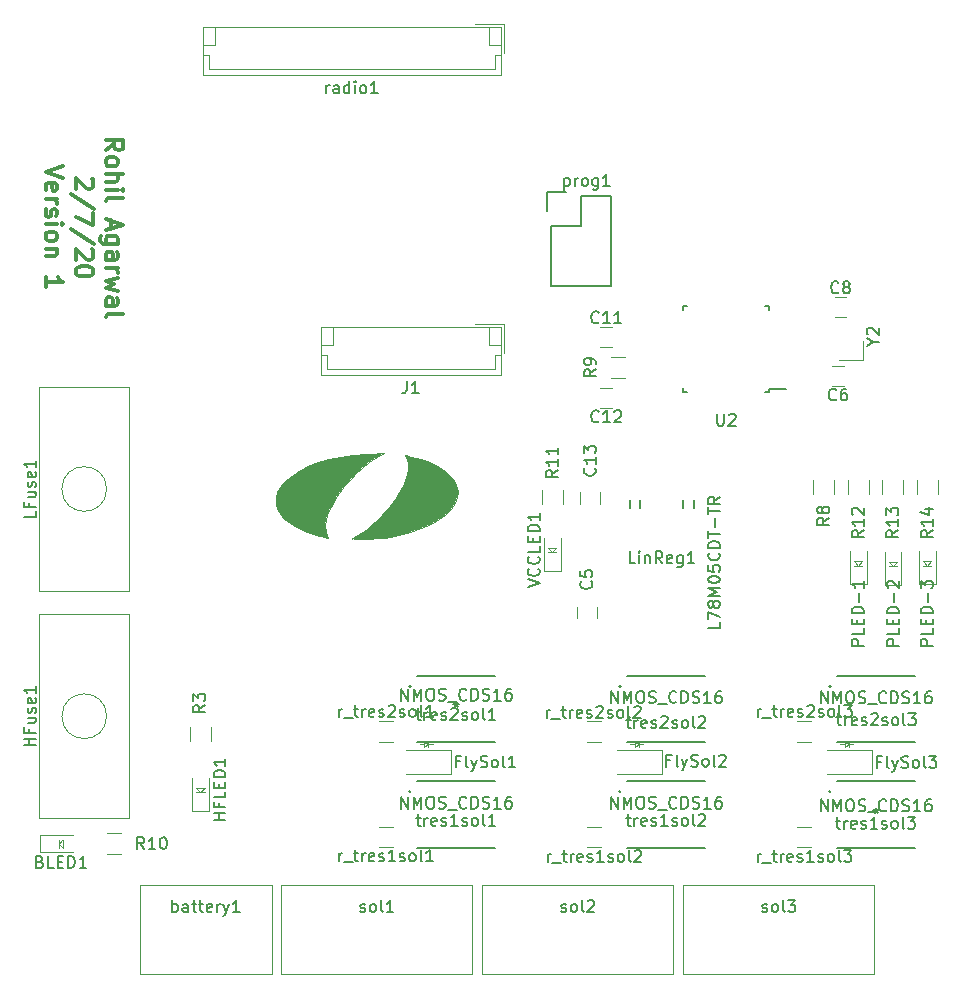
<source format=gbr>
G04 #@! TF.GenerationSoftware,KiCad,Pcbnew,5.1.5-52549c5~84~ubuntu18.04.1*
G04 #@! TF.CreationDate,2020-02-07T16:49:07-05:00*
G04 #@! TF.ProjectId,solenoidTrigger,736f6c65-6e6f-4696-9454-726967676572,rev?*
G04 #@! TF.SameCoordinates,Original*
G04 #@! TF.FileFunction,Legend,Top*
G04 #@! TF.FilePolarity,Positive*
%FSLAX46Y46*%
G04 Gerber Fmt 4.6, Leading zero omitted, Abs format (unit mm)*
G04 Created by KiCad (PCBNEW 5.1.5-52549c5~84~ubuntu18.04.1) date 2020-02-07 16:49:07*
%MOMM*%
%LPD*%
G04 APERTURE LIST*
%ADD10C,0.300000*%
%ADD11C,0.010000*%
%ADD12C,0.152400*%
%ADD13C,0.120000*%
%ADD14C,0.100000*%
%ADD15C,0.150000*%
G04 APERTURE END LIST*
D10*
X113326628Y-65244685D02*
X114040914Y-64744685D01*
X113326628Y-64387542D02*
X114826628Y-64387542D01*
X114826628Y-64958971D01*
X114755200Y-65101828D01*
X114683771Y-65173257D01*
X114540914Y-65244685D01*
X114326628Y-65244685D01*
X114183771Y-65173257D01*
X114112342Y-65101828D01*
X114040914Y-64958971D01*
X114040914Y-64387542D01*
X113326628Y-66101828D02*
X113398057Y-65958971D01*
X113469485Y-65887542D01*
X113612342Y-65816114D01*
X114040914Y-65816114D01*
X114183771Y-65887542D01*
X114255200Y-65958971D01*
X114326628Y-66101828D01*
X114326628Y-66316114D01*
X114255200Y-66458971D01*
X114183771Y-66530400D01*
X114040914Y-66601828D01*
X113612342Y-66601828D01*
X113469485Y-66530400D01*
X113398057Y-66458971D01*
X113326628Y-66316114D01*
X113326628Y-66101828D01*
X113326628Y-67244685D02*
X114826628Y-67244685D01*
X113326628Y-67887542D02*
X114112342Y-67887542D01*
X114255200Y-67816114D01*
X114326628Y-67673257D01*
X114326628Y-67458971D01*
X114255200Y-67316114D01*
X114183771Y-67244685D01*
X113326628Y-68601828D02*
X114326628Y-68601828D01*
X114826628Y-68601828D02*
X114755200Y-68530400D01*
X114683771Y-68601828D01*
X114755200Y-68673257D01*
X114826628Y-68601828D01*
X114683771Y-68601828D01*
X113326628Y-69530400D02*
X113398057Y-69387542D01*
X113540914Y-69316114D01*
X114826628Y-69316114D01*
X113755200Y-71173257D02*
X113755200Y-71887542D01*
X113326628Y-71030400D02*
X114826628Y-71530400D01*
X113326628Y-72030400D01*
X114326628Y-73173257D02*
X113112342Y-73173257D01*
X112969485Y-73101828D01*
X112898057Y-73030400D01*
X112826628Y-72887542D01*
X112826628Y-72673257D01*
X112898057Y-72530400D01*
X113398057Y-73173257D02*
X113326628Y-73030400D01*
X113326628Y-72744685D01*
X113398057Y-72601828D01*
X113469485Y-72530400D01*
X113612342Y-72458971D01*
X114040914Y-72458971D01*
X114183771Y-72530400D01*
X114255200Y-72601828D01*
X114326628Y-72744685D01*
X114326628Y-73030400D01*
X114255200Y-73173257D01*
X113326628Y-74530400D02*
X114112342Y-74530400D01*
X114255200Y-74458971D01*
X114326628Y-74316114D01*
X114326628Y-74030400D01*
X114255200Y-73887542D01*
X113398057Y-74530400D02*
X113326628Y-74387542D01*
X113326628Y-74030400D01*
X113398057Y-73887542D01*
X113540914Y-73816114D01*
X113683771Y-73816114D01*
X113826628Y-73887542D01*
X113898057Y-74030400D01*
X113898057Y-74387542D01*
X113969485Y-74530400D01*
X113326628Y-75244685D02*
X114326628Y-75244685D01*
X114040914Y-75244685D02*
X114183771Y-75316114D01*
X114255200Y-75387542D01*
X114326628Y-75530400D01*
X114326628Y-75673257D01*
X114326628Y-76030400D02*
X113326628Y-76316114D01*
X114040914Y-76601828D01*
X113326628Y-76887542D01*
X114326628Y-77173257D01*
X113326628Y-78387542D02*
X114112342Y-78387542D01*
X114255200Y-78316114D01*
X114326628Y-78173257D01*
X114326628Y-77887542D01*
X114255200Y-77744685D01*
X113398057Y-78387542D02*
X113326628Y-78244685D01*
X113326628Y-77887542D01*
X113398057Y-77744685D01*
X113540914Y-77673257D01*
X113683771Y-77673257D01*
X113826628Y-77744685D01*
X113898057Y-77887542D01*
X113898057Y-78244685D01*
X113969485Y-78387542D01*
X113326628Y-79316114D02*
X113398057Y-79173257D01*
X113540914Y-79101828D01*
X114826628Y-79101828D01*
X112133771Y-67637542D02*
X112205200Y-67708971D01*
X112276628Y-67851828D01*
X112276628Y-68208971D01*
X112205200Y-68351828D01*
X112133771Y-68423257D01*
X111990914Y-68494685D01*
X111848057Y-68494685D01*
X111633771Y-68423257D01*
X110776628Y-67566114D01*
X110776628Y-68494685D01*
X112348057Y-70208971D02*
X110419485Y-68923257D01*
X112276628Y-70566114D02*
X112276628Y-71566114D01*
X110776628Y-70923257D01*
X112348057Y-73208971D02*
X110419485Y-71923257D01*
X112133771Y-73637542D02*
X112205200Y-73708971D01*
X112276628Y-73851828D01*
X112276628Y-74208971D01*
X112205200Y-74351828D01*
X112133771Y-74423257D01*
X111990914Y-74494685D01*
X111848057Y-74494685D01*
X111633771Y-74423257D01*
X110776628Y-73566114D01*
X110776628Y-74494685D01*
X112276628Y-75423257D02*
X112276628Y-75566114D01*
X112205200Y-75708971D01*
X112133771Y-75780400D01*
X111990914Y-75851828D01*
X111705200Y-75923257D01*
X111348057Y-75923257D01*
X111062342Y-75851828D01*
X110919485Y-75780400D01*
X110848057Y-75708971D01*
X110776628Y-75566114D01*
X110776628Y-75423257D01*
X110848057Y-75280400D01*
X110919485Y-75208971D01*
X111062342Y-75137542D01*
X111348057Y-75066114D01*
X111705200Y-75066114D01*
X111990914Y-75137542D01*
X112133771Y-75208971D01*
X112205200Y-75280400D01*
X112276628Y-75423257D01*
X109726628Y-66566114D02*
X108226628Y-67066114D01*
X109726628Y-67566114D01*
X108298057Y-68637542D02*
X108226628Y-68494685D01*
X108226628Y-68208971D01*
X108298057Y-68066114D01*
X108440914Y-67994685D01*
X109012342Y-67994685D01*
X109155200Y-68066114D01*
X109226628Y-68208971D01*
X109226628Y-68494685D01*
X109155200Y-68637542D01*
X109012342Y-68708971D01*
X108869485Y-68708971D01*
X108726628Y-67994685D01*
X108226628Y-69351828D02*
X109226628Y-69351828D01*
X108940914Y-69351828D02*
X109083771Y-69423257D01*
X109155200Y-69494685D01*
X109226628Y-69637542D01*
X109226628Y-69780400D01*
X108298057Y-70208971D02*
X108226628Y-70351828D01*
X108226628Y-70637542D01*
X108298057Y-70780400D01*
X108440914Y-70851828D01*
X108512342Y-70851828D01*
X108655200Y-70780400D01*
X108726628Y-70637542D01*
X108726628Y-70423257D01*
X108798057Y-70280400D01*
X108940914Y-70208971D01*
X109012342Y-70208971D01*
X109155200Y-70280400D01*
X109226628Y-70423257D01*
X109226628Y-70637542D01*
X109155200Y-70780400D01*
X108226628Y-71494685D02*
X109226628Y-71494685D01*
X109726628Y-71494685D02*
X109655200Y-71423257D01*
X109583771Y-71494685D01*
X109655200Y-71566114D01*
X109726628Y-71494685D01*
X109583771Y-71494685D01*
X108226628Y-72423257D02*
X108298057Y-72280400D01*
X108369485Y-72208971D01*
X108512342Y-72137542D01*
X108940914Y-72137542D01*
X109083771Y-72208971D01*
X109155200Y-72280400D01*
X109226628Y-72423257D01*
X109226628Y-72637542D01*
X109155200Y-72780400D01*
X109083771Y-72851828D01*
X108940914Y-72923257D01*
X108512342Y-72923257D01*
X108369485Y-72851828D01*
X108298057Y-72780400D01*
X108226628Y-72637542D01*
X108226628Y-72423257D01*
X109226628Y-73566114D02*
X108226628Y-73566114D01*
X109083771Y-73566114D02*
X109155200Y-73637542D01*
X109226628Y-73780400D01*
X109226628Y-73994685D01*
X109155200Y-74137542D01*
X109012342Y-74208971D01*
X108226628Y-74208971D01*
X108226628Y-76851828D02*
X108226628Y-75994685D01*
X108226628Y-76423257D02*
X109726628Y-76423257D01*
X109512342Y-76280400D01*
X109369485Y-76137542D01*
X109298057Y-75994685D01*
D11*
G36*
X136120270Y-91325674D02*
G01*
X135628369Y-91656109D01*
X135081546Y-92089495D01*
X134520200Y-92588827D01*
X133984729Y-93117100D01*
X133515533Y-93637309D01*
X133295163Y-93913469D01*
X132837896Y-94580064D01*
X132465057Y-95245945D01*
X132182673Y-95891452D01*
X131996770Y-96496923D01*
X131913375Y-97042697D01*
X131938513Y-97509111D01*
X132078211Y-97876504D01*
X132079749Y-97878900D01*
X132161928Y-98016594D01*
X132179319Y-98065237D01*
X132092843Y-98043485D01*
X131879968Y-97988569D01*
X131578116Y-97910166D01*
X131394200Y-97862227D01*
X130401397Y-97560684D01*
X129569083Y-97215254D01*
X128893625Y-96823739D01*
X128371392Y-96383943D01*
X127998751Y-95893666D01*
X127930340Y-95766576D01*
X127748608Y-95235833D01*
X127726947Y-94710432D01*
X127856097Y-94196126D01*
X128126797Y-93698669D01*
X128529784Y-93223815D01*
X129055799Y-92777318D01*
X129695580Y-92364931D01*
X130439866Y-91992409D01*
X131279395Y-91665506D01*
X132204907Y-91389974D01*
X133207140Y-91171569D01*
X134276833Y-91016045D01*
X135404726Y-90929154D01*
X135734682Y-90917782D01*
X136857831Y-90889615D01*
X136120270Y-91325674D01*
G37*
X136120270Y-91325674D02*
X135628369Y-91656109D01*
X135081546Y-92089495D01*
X134520200Y-92588827D01*
X133984729Y-93117100D01*
X133515533Y-93637309D01*
X133295163Y-93913469D01*
X132837896Y-94580064D01*
X132465057Y-95245945D01*
X132182673Y-95891452D01*
X131996770Y-96496923D01*
X131913375Y-97042697D01*
X131938513Y-97509111D01*
X132078211Y-97876504D01*
X132079749Y-97878900D01*
X132161928Y-98016594D01*
X132179319Y-98065237D01*
X132092843Y-98043485D01*
X131879968Y-97988569D01*
X131578116Y-97910166D01*
X131394200Y-97862227D01*
X130401397Y-97560684D01*
X129569083Y-97215254D01*
X128893625Y-96823739D01*
X128371392Y-96383943D01*
X127998751Y-95893666D01*
X127930340Y-95766576D01*
X127748608Y-95235833D01*
X127726947Y-94710432D01*
X127856097Y-94196126D01*
X128126797Y-93698669D01*
X128529784Y-93223815D01*
X129055799Y-92777318D01*
X129695580Y-92364931D01*
X130439866Y-91992409D01*
X131279395Y-91665506D01*
X132204907Y-91389974D01*
X133207140Y-91171569D01*
X134276833Y-91016045D01*
X135404726Y-90929154D01*
X135734682Y-90917782D01*
X136857831Y-90889615D01*
X136120270Y-91325674D01*
G36*
X138774183Y-91070257D02*
G01*
X138924657Y-91110271D01*
X139190828Y-91178576D01*
X139524029Y-91262725D01*
X139649200Y-91294047D01*
X140281723Y-91487988D01*
X140920366Y-91748034D01*
X141518909Y-92051326D01*
X142031128Y-92375001D01*
X142337664Y-92623769D01*
X142758928Y-93106850D01*
X143018410Y-93603695D01*
X143122408Y-94107517D01*
X143077221Y-94611528D01*
X142889149Y-95108941D01*
X142564490Y-95592969D01*
X142109543Y-96056826D01*
X141530608Y-96493724D01*
X140833983Y-96896876D01*
X140025967Y-97259496D01*
X139112860Y-97574795D01*
X138100959Y-97835988D01*
X137368725Y-97977698D01*
X136911189Y-98051273D01*
X136594427Y-98091652D01*
X136393488Y-98100426D01*
X136283425Y-98079183D01*
X136248188Y-98049088D01*
X136189274Y-97995328D01*
X136179163Y-98039133D01*
X136097519Y-98098804D01*
X135868725Y-98138373D01*
X135648700Y-98151238D01*
X135281819Y-98162454D01*
X134910667Y-98174666D01*
X134717342Y-98181506D01*
X134483024Y-98178714D01*
X134338063Y-98154898D01*
X134315175Y-98135557D01*
X134249494Y-98105779D01*
X134167034Y-98121397D01*
X134159537Y-98108262D01*
X134276323Y-98030553D01*
X134492798Y-97904385D01*
X134529918Y-97883627D01*
X135322252Y-97373540D01*
X136105164Y-96726976D01*
X136687672Y-96154166D01*
X137364745Y-95388663D01*
X137909275Y-94643063D01*
X138347951Y-93879656D01*
X138457349Y-93653485D01*
X138745404Y-92947434D01*
X138904157Y-92342050D01*
X138934505Y-91829735D01*
X138837350Y-91402892D01*
X138744705Y-91224581D01*
X138665694Y-91085995D01*
X138689777Y-91051175D01*
X138774183Y-91070257D01*
G37*
X138774183Y-91070257D02*
X138924657Y-91110271D01*
X139190828Y-91178576D01*
X139524029Y-91262725D01*
X139649200Y-91294047D01*
X140281723Y-91487988D01*
X140920366Y-91748034D01*
X141518909Y-92051326D01*
X142031128Y-92375001D01*
X142337664Y-92623769D01*
X142758928Y-93106850D01*
X143018410Y-93603695D01*
X143122408Y-94107517D01*
X143077221Y-94611528D01*
X142889149Y-95108941D01*
X142564490Y-95592969D01*
X142109543Y-96056826D01*
X141530608Y-96493724D01*
X140833983Y-96896876D01*
X140025967Y-97259496D01*
X139112860Y-97574795D01*
X138100959Y-97835988D01*
X137368725Y-97977698D01*
X136911189Y-98051273D01*
X136594427Y-98091652D01*
X136393488Y-98100426D01*
X136283425Y-98079183D01*
X136248188Y-98049088D01*
X136189274Y-97995328D01*
X136179163Y-98039133D01*
X136097519Y-98098804D01*
X135868725Y-98138373D01*
X135648700Y-98151238D01*
X135281819Y-98162454D01*
X134910667Y-98174666D01*
X134717342Y-98181506D01*
X134483024Y-98178714D01*
X134338063Y-98154898D01*
X134315175Y-98135557D01*
X134249494Y-98105779D01*
X134167034Y-98121397D01*
X134159537Y-98108262D01*
X134276323Y-98030553D01*
X134492798Y-97904385D01*
X134529918Y-97883627D01*
X135322252Y-97373540D01*
X136105164Y-96726976D01*
X136687672Y-96154166D01*
X137364745Y-95388663D01*
X137909275Y-94643063D01*
X138347951Y-93879656D01*
X138457349Y-93653485D01*
X138745404Y-92947434D01*
X138904157Y-92342050D01*
X138934505Y-91829735D01*
X138837350Y-91402892D01*
X138744705Y-91224581D01*
X138665694Y-91085995D01*
X138689777Y-91051175D01*
X138774183Y-91070257D01*
D12*
X174713900Y-110617000D02*
G75*
G03X174713900Y-110617000I-76200J0D01*
G01*
X181864000Y-109715300D02*
X175260000Y-109715300D01*
X175260000Y-115328700D02*
X181864000Y-115328700D01*
X174713900Y-119570500D02*
G75*
G03X174713900Y-119570500I-76200J0D01*
G01*
X181864000Y-118668800D02*
X175260000Y-118668800D01*
X175260000Y-124282200D02*
X181864000Y-124282200D01*
D13*
X178407000Y-127441000D02*
X162207000Y-127441000D01*
X178407000Y-134941000D02*
X162207000Y-134941000D01*
X178407000Y-127441000D02*
X178407000Y-134941000D01*
X162207000Y-127441000D02*
X162207000Y-134941000D01*
X173066000Y-115307000D02*
X171866000Y-115307000D01*
X171866000Y-113547000D02*
X173066000Y-113547000D01*
X173066000Y-124260500D02*
X171866000Y-124260500D01*
X171866000Y-122500500D02*
X173066000Y-122500500D01*
X178222000Y-118030500D02*
X174372000Y-118030500D01*
X178222000Y-116030500D02*
X174372000Y-116030500D01*
X178222000Y-118030500D02*
X178222000Y-116030500D01*
D14*
X176222000Y-115780500D02*
X176222000Y-115280500D01*
X176222000Y-115530500D02*
X176222000Y-115780500D01*
X176622000Y-115530500D02*
X176222000Y-115530500D01*
X175922000Y-115330500D02*
X176222000Y-115530500D01*
X175922000Y-115730500D02*
X175922000Y-115330500D01*
X176222000Y-115530500D02*
X175922000Y-115730500D01*
X175922000Y-115530500D02*
X175522000Y-115530500D01*
D13*
X147055000Y-79940000D02*
X144555000Y-79940000D01*
X147055000Y-82440000D02*
X147055000Y-79940000D01*
X132535000Y-81740000D02*
X132535000Y-80240000D01*
X131535000Y-81740000D02*
X132535000Y-81740000D01*
X145755000Y-81740000D02*
X145755000Y-80240000D01*
X146755000Y-81740000D02*
X145755000Y-81740000D01*
X132035000Y-82550000D02*
X131535000Y-82550000D01*
X132035000Y-83760000D02*
X132035000Y-82550000D01*
X146255000Y-83760000D02*
X132035000Y-83760000D01*
X146255000Y-82550000D02*
X146255000Y-83760000D01*
X146755000Y-82550000D02*
X146255000Y-82550000D01*
X131535000Y-84260000D02*
X146755000Y-84260000D01*
X131535000Y-80240000D02*
X131535000Y-84260000D01*
X146755000Y-80240000D02*
X131535000Y-80240000D01*
X146755000Y-84260000D02*
X146755000Y-80240000D01*
X144371000Y-127441000D02*
X128171000Y-127441000D01*
X144371000Y-134941000D02*
X128171000Y-134941000D01*
X144371000Y-127441000D02*
X144371000Y-134941000D01*
X128171000Y-127441000D02*
X128171000Y-134941000D01*
X120468500Y-115281000D02*
X120468500Y-114081000D01*
X122228500Y-114081000D02*
X122228500Y-115281000D01*
X120648500Y-121180000D02*
X120648500Y-118380000D01*
X122048500Y-121180000D02*
X122048500Y-118380000D01*
X120648500Y-121180000D02*
X122048500Y-121180000D01*
D14*
X121348500Y-119580000D02*
X121048500Y-119280000D01*
X121048500Y-119280000D02*
X120998500Y-119230000D01*
X120998500Y-119230000D02*
X121648500Y-119230000D01*
X121698500Y-119230000D02*
X121648500Y-119230000D01*
X121648500Y-119230000D02*
X121698500Y-119230000D01*
X121698500Y-119230000D02*
X121348500Y-119580000D01*
X121348500Y-119580000D02*
X120998500Y-119580000D01*
X121698500Y-119580000D02*
X121348500Y-119580000D01*
D13*
X147055000Y-54540000D02*
X144555000Y-54540000D01*
X147055000Y-57040000D02*
X147055000Y-54540000D01*
X122535000Y-56340000D02*
X122535000Y-54840000D01*
X121535000Y-56340000D02*
X122535000Y-56340000D01*
X145755000Y-56340000D02*
X145755000Y-54840000D01*
X146755000Y-56340000D02*
X145755000Y-56340000D01*
X122035000Y-57150000D02*
X121535000Y-57150000D01*
X122035000Y-58360000D02*
X122035000Y-57150000D01*
X146255000Y-58360000D02*
X122035000Y-58360000D01*
X146255000Y-57150000D02*
X146255000Y-58360000D01*
X146755000Y-57150000D02*
X146255000Y-57150000D01*
X121535000Y-58860000D02*
X146755000Y-58860000D01*
X121535000Y-54840000D02*
X121535000Y-58860000D01*
X146755000Y-54840000D02*
X121535000Y-54840000D01*
X146755000Y-58860000D02*
X146755000Y-54840000D01*
D14*
X151480000Y-99260000D02*
X151130000Y-99260000D01*
X151130000Y-99260000D02*
X150780000Y-99260000D01*
X151480000Y-98910000D02*
X151130000Y-99260000D01*
X151430000Y-98910000D02*
X151480000Y-98910000D01*
X151480000Y-98910000D02*
X151430000Y-98910000D01*
X150780000Y-98910000D02*
X151430000Y-98910000D01*
X150830000Y-98960000D02*
X150780000Y-98910000D01*
X151130000Y-99260000D02*
X150830000Y-98960000D01*
D13*
X150430000Y-100860000D02*
X151830000Y-100860000D01*
X151830000Y-100860000D02*
X151830000Y-98060000D01*
X150430000Y-100860000D02*
X150430000Y-98060000D01*
X137633000Y-115307000D02*
X136433000Y-115307000D01*
X136433000Y-113547000D02*
X137633000Y-113547000D01*
X107696000Y-104521000D02*
X115316000Y-104521000D01*
X115316000Y-104521000D02*
X115316000Y-121793000D01*
X107696000Y-104521000D02*
X107696000Y-121793000D01*
X107696000Y-121793000D02*
X115316000Y-121793000D01*
X113398300Y-113157000D02*
G75*
G03X113398300Y-113157000I-1892300J0D01*
G01*
D14*
X140298500Y-115530500D02*
X139898500Y-115530500D01*
X140598500Y-115530500D02*
X140298500Y-115730500D01*
X140298500Y-115730500D02*
X140298500Y-115330500D01*
X140298500Y-115330500D02*
X140598500Y-115530500D01*
X140998500Y-115530500D02*
X140598500Y-115530500D01*
X140598500Y-115530500D02*
X140598500Y-115780500D01*
X140598500Y-115780500D02*
X140598500Y-115280500D01*
D13*
X142598500Y-118030500D02*
X142598500Y-116030500D01*
X142598500Y-116030500D02*
X138748500Y-116030500D01*
X142598500Y-118030500D02*
X138748500Y-118030500D01*
D14*
X158142000Y-115530500D02*
X157742000Y-115530500D01*
X158442000Y-115530500D02*
X158142000Y-115730500D01*
X158142000Y-115730500D02*
X158142000Y-115330500D01*
X158142000Y-115330500D02*
X158442000Y-115530500D01*
X158842000Y-115530500D02*
X158442000Y-115530500D01*
X158442000Y-115530500D02*
X158442000Y-115780500D01*
X158442000Y-115780500D02*
X158442000Y-115280500D01*
D13*
X160442000Y-118030500D02*
X160442000Y-116030500D01*
X160442000Y-116030500D02*
X156592000Y-116030500D01*
X160442000Y-118030500D02*
X156592000Y-118030500D01*
X155202000Y-87083000D02*
X156202000Y-87083000D01*
X156202000Y-85383000D02*
X155202000Y-85383000D01*
X113398300Y-93916500D02*
G75*
G03X113398300Y-93916500I-1892300J0D01*
G01*
X107696000Y-102552500D02*
X115316000Y-102552500D01*
X107696000Y-85280500D02*
X107696000Y-102552500D01*
X115316000Y-85280500D02*
X115316000Y-102552500D01*
X107696000Y-85280500D02*
X115316000Y-85280500D01*
D15*
X151003000Y-71628000D02*
X151003000Y-76708000D01*
X150723000Y-68808000D02*
X152273000Y-68808000D01*
X153543000Y-69088000D02*
X153543000Y-71628000D01*
X153543000Y-71628000D02*
X151003000Y-71628000D01*
X151003000Y-76708000D02*
X156083000Y-76708000D01*
X156083000Y-76708000D02*
X156083000Y-71628000D01*
X150723000Y-68808000D02*
X150723000Y-70358000D01*
X156083000Y-69088000D02*
X153543000Y-69088000D01*
X156083000Y-71628000D02*
X156083000Y-69088000D01*
D13*
X161389000Y-127441000D02*
X145189000Y-127441000D01*
X161389000Y-134941000D02*
X145189000Y-134941000D01*
X161389000Y-127441000D02*
X161389000Y-134941000D01*
X145189000Y-127441000D02*
X145189000Y-134941000D01*
X116193000Y-134941000D02*
X116193000Y-127441000D01*
X127393000Y-134941000D02*
X127393000Y-127441000D01*
X116193000Y-127441000D02*
X127393000Y-127441000D01*
X116193000Y-134941000D02*
X127393000Y-134941000D01*
D12*
X157480000Y-115328700D02*
X164084000Y-115328700D01*
X164084000Y-109715300D02*
X157480000Y-109715300D01*
X156933900Y-110617000D02*
G75*
G03X156933900Y-110617000I-76200J0D01*
G01*
X139153900Y-110617000D02*
G75*
G03X139153900Y-110617000I-76200J0D01*
G01*
X146304000Y-109715300D02*
X139700000Y-109715300D01*
X139700000Y-115328700D02*
X146304000Y-115328700D01*
X157480000Y-124282200D02*
X164084000Y-124282200D01*
X164084000Y-118668800D02*
X157480000Y-118668800D01*
X156933900Y-119570500D02*
G75*
G03X156933900Y-119570500I-76200J0D01*
G01*
X139700000Y-124282200D02*
X146304000Y-124282200D01*
X146304000Y-118668800D02*
X139700000Y-118668800D01*
X139153900Y-119570500D02*
G75*
G03X139153900Y-119570500I-76200J0D01*
G01*
D13*
X153505800Y-94162500D02*
X153505800Y-95162500D01*
X155205800Y-95162500D02*
X155205800Y-94162500D01*
X153201000Y-103878000D02*
X153201000Y-104878000D01*
X154901000Y-104878000D02*
X154901000Y-103878000D01*
X175833660Y-83472920D02*
X174833660Y-83472920D01*
X174833660Y-85172920D02*
X175833660Y-85172920D01*
X176030000Y-77636000D02*
X175030000Y-77636000D01*
X175030000Y-79336000D02*
X176030000Y-79336000D01*
X155202000Y-81876000D02*
X156202000Y-81876000D01*
X156202000Y-80176000D02*
X155202000Y-80176000D01*
X107737500Y-123252000D02*
X110537500Y-123252000D01*
X107737500Y-124652000D02*
X110537500Y-124652000D01*
X107737500Y-123252000D02*
X107737500Y-124652000D01*
D14*
X109337500Y-123952000D02*
X109637500Y-123652000D01*
X109637500Y-123652000D02*
X109687500Y-123602000D01*
X109687500Y-123602000D02*
X109687500Y-124252000D01*
X109687500Y-124302000D02*
X109687500Y-124252000D01*
X109687500Y-124252000D02*
X109687500Y-124302000D01*
X109687500Y-124302000D02*
X109337500Y-123952000D01*
X109337500Y-123952000D02*
X109337500Y-123602000D01*
X109337500Y-124302000D02*
X109337500Y-123952000D01*
X177388000Y-100403000D02*
X177038000Y-100403000D01*
X177038000Y-100403000D02*
X176688000Y-100403000D01*
X177388000Y-100053000D02*
X177038000Y-100403000D01*
X177338000Y-100053000D02*
X177388000Y-100053000D01*
X177388000Y-100053000D02*
X177338000Y-100053000D01*
X176688000Y-100053000D02*
X177338000Y-100053000D01*
X176738000Y-100103000D02*
X176688000Y-100053000D01*
X177038000Y-100403000D02*
X176738000Y-100103000D01*
D13*
X176338000Y-102003000D02*
X177738000Y-102003000D01*
X177738000Y-102003000D02*
X177738000Y-99203000D01*
X176338000Y-102003000D02*
X176338000Y-99203000D01*
X179275501Y-102020499D02*
X179275501Y-99220499D01*
X180675501Y-102020499D02*
X180675501Y-99220499D01*
X179275501Y-102020499D02*
X180675501Y-102020499D01*
D14*
X179975501Y-100420499D02*
X179675501Y-100120499D01*
X179675501Y-100120499D02*
X179625501Y-100070499D01*
X179625501Y-100070499D02*
X180275501Y-100070499D01*
X180325501Y-100070499D02*
X180275501Y-100070499D01*
X180275501Y-100070499D02*
X180325501Y-100070499D01*
X180325501Y-100070499D02*
X179975501Y-100420499D01*
X179975501Y-100420499D02*
X179625501Y-100420499D01*
X180325501Y-100420499D02*
X179975501Y-100420499D01*
X183230000Y-100403000D02*
X182880000Y-100403000D01*
X182880000Y-100403000D02*
X182530000Y-100403000D01*
X183230000Y-100053000D02*
X182880000Y-100403000D01*
X183180000Y-100053000D02*
X183230000Y-100053000D01*
X183230000Y-100053000D02*
X183180000Y-100053000D01*
X182530000Y-100053000D02*
X183180000Y-100053000D01*
X182580000Y-100103000D02*
X182530000Y-100053000D01*
X182880000Y-100403000D02*
X182580000Y-100103000D01*
D13*
X182180000Y-102003000D02*
X183580000Y-102003000D01*
X183580000Y-102003000D02*
X183580000Y-99203000D01*
X182180000Y-102003000D02*
X182180000Y-99203000D01*
X136435500Y-122500500D02*
X137635500Y-122500500D01*
X137635500Y-124260500D02*
X136435500Y-124260500D01*
X154086000Y-122500500D02*
X155286000Y-122500500D01*
X155286000Y-124260500D02*
X154086000Y-124260500D01*
X155286000Y-115307000D02*
X154086000Y-115307000D01*
X154086000Y-113547000D02*
X155286000Y-113547000D01*
X173237000Y-94326000D02*
X173237000Y-93126000D01*
X174997000Y-93126000D02*
X174997000Y-94326000D01*
X157318000Y-84509500D02*
X156118000Y-84509500D01*
X156118000Y-82749500D02*
X157318000Y-82749500D01*
X113446000Y-123072000D02*
X114646000Y-123072000D01*
X114646000Y-124832000D02*
X113446000Y-124832000D01*
X152010000Y-94015000D02*
X152010000Y-95215000D01*
X150250000Y-95215000D02*
X150250000Y-94015000D01*
X176158000Y-94326000D02*
X176158000Y-93126000D01*
X177918000Y-93126000D02*
X177918000Y-94326000D01*
X180839000Y-93126000D02*
X180839000Y-94326000D01*
X179079000Y-94326000D02*
X179079000Y-93126000D01*
X182000000Y-94326000D02*
X182000000Y-93126000D01*
X183760000Y-93126000D02*
X183760000Y-94326000D01*
D12*
X163095501Y-95564960D02*
X163095501Y-94856300D01*
X158595499Y-95564960D02*
X158595499Y-94856300D01*
X162206501Y-95564960D02*
X162206501Y-94856300D01*
X157706499Y-95564960D02*
X157706499Y-94856300D01*
D15*
X169487000Y-85667000D02*
X169487000Y-85442000D01*
X162237000Y-85667000D02*
X162237000Y-85342000D01*
X162237000Y-78417000D02*
X162237000Y-78742000D01*
X169487000Y-78417000D02*
X169487000Y-78742000D01*
X169487000Y-85667000D02*
X169162000Y-85667000D01*
X169487000Y-78417000D02*
X169162000Y-78417000D01*
X162237000Y-78417000D02*
X162562000Y-78417000D01*
X162237000Y-85667000D02*
X162562000Y-85667000D01*
X169487000Y-85442000D02*
X170912000Y-85442000D01*
D14*
X177430000Y-83007000D02*
X175430000Y-83007000D01*
X177430000Y-83007000D02*
X177430000Y-81407000D01*
D15*
X175182638Y-113247514D02*
X175563590Y-113247514D01*
X175325495Y-112914180D02*
X175325495Y-113771323D01*
X175373114Y-113866561D01*
X175468352Y-113914180D01*
X175563590Y-113914180D01*
X175896923Y-113914180D02*
X175896923Y-113247514D01*
X175896923Y-113437990D02*
X175944542Y-113342752D01*
X175992161Y-113295133D01*
X176087400Y-113247514D01*
X176182638Y-113247514D01*
X176896923Y-113866561D02*
X176801685Y-113914180D01*
X176611209Y-113914180D01*
X176515971Y-113866561D01*
X176468352Y-113771323D01*
X176468352Y-113390371D01*
X176515971Y-113295133D01*
X176611209Y-113247514D01*
X176801685Y-113247514D01*
X176896923Y-113295133D01*
X176944542Y-113390371D01*
X176944542Y-113485609D01*
X176468352Y-113580847D01*
X177325495Y-113866561D02*
X177420733Y-113914180D01*
X177611209Y-113914180D01*
X177706447Y-113866561D01*
X177754066Y-113771323D01*
X177754066Y-113723704D01*
X177706447Y-113628466D01*
X177611209Y-113580847D01*
X177468352Y-113580847D01*
X177373114Y-113533228D01*
X177325495Y-113437990D01*
X177325495Y-113390371D01*
X177373114Y-113295133D01*
X177468352Y-113247514D01*
X177611209Y-113247514D01*
X177706447Y-113295133D01*
X178135019Y-113009419D02*
X178182638Y-112961800D01*
X178277876Y-112914180D01*
X178515971Y-112914180D01*
X178611209Y-112961800D01*
X178658828Y-113009419D01*
X178706447Y-113104657D01*
X178706447Y-113199895D01*
X178658828Y-113342752D01*
X178087400Y-113914180D01*
X178706447Y-113914180D01*
X179087400Y-113866561D02*
X179182638Y-113914180D01*
X179373114Y-113914180D01*
X179468352Y-113866561D01*
X179515971Y-113771323D01*
X179515971Y-113723704D01*
X179468352Y-113628466D01*
X179373114Y-113580847D01*
X179230257Y-113580847D01*
X179135019Y-113533228D01*
X179087400Y-113437990D01*
X179087400Y-113390371D01*
X179135019Y-113295133D01*
X179230257Y-113247514D01*
X179373114Y-113247514D01*
X179468352Y-113295133D01*
X180087400Y-113914180D02*
X179992161Y-113866561D01*
X179944542Y-113818942D01*
X179896923Y-113723704D01*
X179896923Y-113437990D01*
X179944542Y-113342752D01*
X179992161Y-113295133D01*
X180087400Y-113247514D01*
X180230257Y-113247514D01*
X180325495Y-113295133D01*
X180373114Y-113342752D01*
X180420733Y-113437990D01*
X180420733Y-113723704D01*
X180373114Y-113818942D01*
X180325495Y-113866561D01*
X180230257Y-113914180D01*
X180087400Y-113914180D01*
X180992161Y-113914180D02*
X180896923Y-113866561D01*
X180849304Y-113771323D01*
X180849304Y-112914180D01*
X181277876Y-112914180D02*
X181896923Y-112914180D01*
X181563590Y-113295133D01*
X181706447Y-113295133D01*
X181801685Y-113342752D01*
X181849304Y-113390371D01*
X181896923Y-113485609D01*
X181896923Y-113723704D01*
X181849304Y-113818942D01*
X181801685Y-113866561D01*
X181706447Y-113914180D01*
X181420733Y-113914180D01*
X181325495Y-113866561D01*
X181277876Y-113818942D01*
X173869933Y-112059980D02*
X173869933Y-111059980D01*
X174441361Y-112059980D01*
X174441361Y-111059980D01*
X174917552Y-112059980D02*
X174917552Y-111059980D01*
X175250885Y-111774266D01*
X175584219Y-111059980D01*
X175584219Y-112059980D01*
X176250885Y-111059980D02*
X176441361Y-111059980D01*
X176536600Y-111107600D01*
X176631838Y-111202838D01*
X176679457Y-111393314D01*
X176679457Y-111726647D01*
X176631838Y-111917123D01*
X176536600Y-112012361D01*
X176441361Y-112059980D01*
X176250885Y-112059980D01*
X176155647Y-112012361D01*
X176060409Y-111917123D01*
X176012790Y-111726647D01*
X176012790Y-111393314D01*
X176060409Y-111202838D01*
X176155647Y-111107600D01*
X176250885Y-111059980D01*
X177060409Y-112012361D02*
X177203266Y-112059980D01*
X177441361Y-112059980D01*
X177536600Y-112012361D01*
X177584219Y-111964742D01*
X177631838Y-111869504D01*
X177631838Y-111774266D01*
X177584219Y-111679028D01*
X177536600Y-111631409D01*
X177441361Y-111583790D01*
X177250885Y-111536171D01*
X177155647Y-111488552D01*
X177108028Y-111440933D01*
X177060409Y-111345695D01*
X177060409Y-111250457D01*
X177108028Y-111155219D01*
X177155647Y-111107600D01*
X177250885Y-111059980D01*
X177488980Y-111059980D01*
X177631838Y-111107600D01*
X177822314Y-112155219D02*
X178584219Y-112155219D01*
X179393742Y-111964742D02*
X179346123Y-112012361D01*
X179203266Y-112059980D01*
X179108028Y-112059980D01*
X178965171Y-112012361D01*
X178869933Y-111917123D01*
X178822314Y-111821885D01*
X178774695Y-111631409D01*
X178774695Y-111488552D01*
X178822314Y-111298076D01*
X178869933Y-111202838D01*
X178965171Y-111107600D01*
X179108028Y-111059980D01*
X179203266Y-111059980D01*
X179346123Y-111107600D01*
X179393742Y-111155219D01*
X179822314Y-112059980D02*
X179822314Y-111059980D01*
X180060409Y-111059980D01*
X180203266Y-111107600D01*
X180298504Y-111202838D01*
X180346123Y-111298076D01*
X180393742Y-111488552D01*
X180393742Y-111631409D01*
X180346123Y-111821885D01*
X180298504Y-111917123D01*
X180203266Y-112012361D01*
X180060409Y-112059980D01*
X179822314Y-112059980D01*
X180774695Y-112012361D02*
X180917552Y-112059980D01*
X181155647Y-112059980D01*
X181250885Y-112012361D01*
X181298504Y-111964742D01*
X181346123Y-111869504D01*
X181346123Y-111774266D01*
X181298504Y-111679028D01*
X181250885Y-111631409D01*
X181155647Y-111583790D01*
X180965171Y-111536171D01*
X180869933Y-111488552D01*
X180822314Y-111440933D01*
X180774695Y-111345695D01*
X180774695Y-111250457D01*
X180822314Y-111155219D01*
X180869933Y-111107600D01*
X180965171Y-111059980D01*
X181203266Y-111059980D01*
X181346123Y-111107600D01*
X182298504Y-112059980D02*
X181727076Y-112059980D01*
X182012790Y-112059980D02*
X182012790Y-111059980D01*
X181917552Y-111202838D01*
X181822314Y-111298076D01*
X181727076Y-111345695D01*
X183155647Y-111059980D02*
X182965171Y-111059980D01*
X182869933Y-111107600D01*
X182822314Y-111155219D01*
X182727076Y-111298076D01*
X182679457Y-111488552D01*
X182679457Y-111869504D01*
X182727076Y-111964742D01*
X182774695Y-112012361D01*
X182869933Y-112059980D01*
X183060409Y-112059980D01*
X183155647Y-112012361D01*
X183203266Y-111964742D01*
X183250885Y-111869504D01*
X183250885Y-111631409D01*
X183203266Y-111536171D01*
X183155647Y-111488552D01*
X183060409Y-111440933D01*
X182869933Y-111440933D01*
X182774695Y-111488552D01*
X182727076Y-111536171D01*
X182679457Y-111631409D01*
X175131838Y-122010514D02*
X175512790Y-122010514D01*
X175274695Y-121677180D02*
X175274695Y-122534323D01*
X175322314Y-122629561D01*
X175417552Y-122677180D01*
X175512790Y-122677180D01*
X175846123Y-122677180D02*
X175846123Y-122010514D01*
X175846123Y-122200990D02*
X175893742Y-122105752D01*
X175941361Y-122058133D01*
X176036600Y-122010514D01*
X176131838Y-122010514D01*
X176846123Y-122629561D02*
X176750885Y-122677180D01*
X176560409Y-122677180D01*
X176465171Y-122629561D01*
X176417552Y-122534323D01*
X176417552Y-122153371D01*
X176465171Y-122058133D01*
X176560409Y-122010514D01*
X176750885Y-122010514D01*
X176846123Y-122058133D01*
X176893742Y-122153371D01*
X176893742Y-122248609D01*
X176417552Y-122343847D01*
X177274695Y-122629561D02*
X177369933Y-122677180D01*
X177560409Y-122677180D01*
X177655647Y-122629561D01*
X177703266Y-122534323D01*
X177703266Y-122486704D01*
X177655647Y-122391466D01*
X177560409Y-122343847D01*
X177417552Y-122343847D01*
X177322314Y-122296228D01*
X177274695Y-122200990D01*
X177274695Y-122153371D01*
X177322314Y-122058133D01*
X177417552Y-122010514D01*
X177560409Y-122010514D01*
X177655647Y-122058133D01*
X178655647Y-122677180D02*
X178084219Y-122677180D01*
X178369933Y-122677180D02*
X178369933Y-121677180D01*
X178274695Y-121820038D01*
X178179457Y-121915276D01*
X178084219Y-121962895D01*
X179036600Y-122629561D02*
X179131838Y-122677180D01*
X179322314Y-122677180D01*
X179417552Y-122629561D01*
X179465171Y-122534323D01*
X179465171Y-122486704D01*
X179417552Y-122391466D01*
X179322314Y-122343847D01*
X179179457Y-122343847D01*
X179084219Y-122296228D01*
X179036600Y-122200990D01*
X179036600Y-122153371D01*
X179084219Y-122058133D01*
X179179457Y-122010514D01*
X179322314Y-122010514D01*
X179417552Y-122058133D01*
X180036600Y-122677180D02*
X179941361Y-122629561D01*
X179893742Y-122581942D01*
X179846123Y-122486704D01*
X179846123Y-122200990D01*
X179893742Y-122105752D01*
X179941361Y-122058133D01*
X180036600Y-122010514D01*
X180179457Y-122010514D01*
X180274695Y-122058133D01*
X180322314Y-122105752D01*
X180369933Y-122200990D01*
X180369933Y-122486704D01*
X180322314Y-122581942D01*
X180274695Y-122629561D01*
X180179457Y-122677180D01*
X180036600Y-122677180D01*
X180941361Y-122677180D02*
X180846123Y-122629561D01*
X180798504Y-122534323D01*
X180798504Y-121677180D01*
X181227076Y-121677180D02*
X181846123Y-121677180D01*
X181512790Y-122058133D01*
X181655647Y-122058133D01*
X181750885Y-122105752D01*
X181798504Y-122153371D01*
X181846123Y-122248609D01*
X181846123Y-122486704D01*
X181798504Y-122581942D01*
X181750885Y-122629561D01*
X181655647Y-122677180D01*
X181369933Y-122677180D01*
X181274695Y-122629561D01*
X181227076Y-122581942D01*
X173869933Y-121203980D02*
X173869933Y-120203980D01*
X174441361Y-121203980D01*
X174441361Y-120203980D01*
X174917552Y-121203980D02*
X174917552Y-120203980D01*
X175250885Y-120918266D01*
X175584219Y-120203980D01*
X175584219Y-121203980D01*
X176250885Y-120203980D02*
X176441361Y-120203980D01*
X176536600Y-120251600D01*
X176631838Y-120346838D01*
X176679457Y-120537314D01*
X176679457Y-120870647D01*
X176631838Y-121061123D01*
X176536600Y-121156361D01*
X176441361Y-121203980D01*
X176250885Y-121203980D01*
X176155647Y-121156361D01*
X176060409Y-121061123D01*
X176012790Y-120870647D01*
X176012790Y-120537314D01*
X176060409Y-120346838D01*
X176155647Y-120251600D01*
X176250885Y-120203980D01*
X177060409Y-121156361D02*
X177203266Y-121203980D01*
X177441361Y-121203980D01*
X177536600Y-121156361D01*
X177584219Y-121108742D01*
X177631838Y-121013504D01*
X177631838Y-120918266D01*
X177584219Y-120823028D01*
X177536600Y-120775409D01*
X177441361Y-120727790D01*
X177250885Y-120680171D01*
X177155647Y-120632552D01*
X177108028Y-120584933D01*
X177060409Y-120489695D01*
X177060409Y-120394457D01*
X177108028Y-120299219D01*
X177155647Y-120251600D01*
X177250885Y-120203980D01*
X177488980Y-120203980D01*
X177631838Y-120251600D01*
X177822314Y-121299219D02*
X178584219Y-121299219D01*
X179393742Y-121108742D02*
X179346123Y-121156361D01*
X179203266Y-121203980D01*
X179108028Y-121203980D01*
X178965171Y-121156361D01*
X178869933Y-121061123D01*
X178822314Y-120965885D01*
X178774695Y-120775409D01*
X178774695Y-120632552D01*
X178822314Y-120442076D01*
X178869933Y-120346838D01*
X178965171Y-120251600D01*
X179108028Y-120203980D01*
X179203266Y-120203980D01*
X179346123Y-120251600D01*
X179393742Y-120299219D01*
X179822314Y-121203980D02*
X179822314Y-120203980D01*
X180060409Y-120203980D01*
X180203266Y-120251600D01*
X180298504Y-120346838D01*
X180346123Y-120442076D01*
X180393742Y-120632552D01*
X180393742Y-120775409D01*
X180346123Y-120965885D01*
X180298504Y-121061123D01*
X180203266Y-121156361D01*
X180060409Y-121203980D01*
X179822314Y-121203980D01*
X180774695Y-121156361D02*
X180917552Y-121203980D01*
X181155647Y-121203980D01*
X181250885Y-121156361D01*
X181298504Y-121108742D01*
X181346123Y-121013504D01*
X181346123Y-120918266D01*
X181298504Y-120823028D01*
X181250885Y-120775409D01*
X181155647Y-120727790D01*
X180965171Y-120680171D01*
X180869933Y-120632552D01*
X180822314Y-120584933D01*
X180774695Y-120489695D01*
X180774695Y-120394457D01*
X180822314Y-120299219D01*
X180869933Y-120251600D01*
X180965171Y-120203980D01*
X181203266Y-120203980D01*
X181346123Y-120251600D01*
X182298504Y-121203980D02*
X181727076Y-121203980D01*
X182012790Y-121203980D02*
X182012790Y-120203980D01*
X181917552Y-120346838D01*
X181822314Y-120442076D01*
X181727076Y-120489695D01*
X183155647Y-120203980D02*
X182965171Y-120203980D01*
X182869933Y-120251600D01*
X182822314Y-120299219D01*
X182727076Y-120442076D01*
X182679457Y-120632552D01*
X182679457Y-121013504D01*
X182727076Y-121108742D01*
X182774695Y-121156361D01*
X182869933Y-121203980D01*
X183060409Y-121203980D01*
X183155647Y-121156361D01*
X183203266Y-121108742D01*
X183250885Y-121013504D01*
X183250885Y-120775409D01*
X183203266Y-120680171D01*
X183155647Y-120632552D01*
X183060409Y-120584933D01*
X182869933Y-120584933D01*
X182774695Y-120632552D01*
X182727076Y-120680171D01*
X182679457Y-120775409D01*
X178562000Y-120927880D02*
X178562000Y-121165976D01*
X178323904Y-121070738D02*
X178562000Y-121165976D01*
X178800095Y-121070738D01*
X178419142Y-121356452D02*
X178562000Y-121165976D01*
X178704857Y-121356452D01*
X168902238Y-129690761D02*
X168997476Y-129738380D01*
X169187952Y-129738380D01*
X169283190Y-129690761D01*
X169330809Y-129595523D01*
X169330809Y-129547904D01*
X169283190Y-129452666D01*
X169187952Y-129405047D01*
X169045095Y-129405047D01*
X168949857Y-129357428D01*
X168902238Y-129262190D01*
X168902238Y-129214571D01*
X168949857Y-129119333D01*
X169045095Y-129071714D01*
X169187952Y-129071714D01*
X169283190Y-129119333D01*
X169902238Y-129738380D02*
X169807000Y-129690761D01*
X169759380Y-129643142D01*
X169711761Y-129547904D01*
X169711761Y-129262190D01*
X169759380Y-129166952D01*
X169807000Y-129119333D01*
X169902238Y-129071714D01*
X170045095Y-129071714D01*
X170140333Y-129119333D01*
X170187952Y-129166952D01*
X170235571Y-129262190D01*
X170235571Y-129547904D01*
X170187952Y-129643142D01*
X170140333Y-129690761D01*
X170045095Y-129738380D01*
X169902238Y-129738380D01*
X170807000Y-129738380D02*
X170711761Y-129690761D01*
X170664142Y-129595523D01*
X170664142Y-128738380D01*
X171092714Y-128738380D02*
X171711761Y-128738380D01*
X171378428Y-129119333D01*
X171521285Y-129119333D01*
X171616523Y-129166952D01*
X171664142Y-129214571D01*
X171711761Y-129309809D01*
X171711761Y-129547904D01*
X171664142Y-129643142D01*
X171616523Y-129690761D01*
X171521285Y-129738380D01*
X171235571Y-129738380D01*
X171140333Y-129690761D01*
X171092714Y-129643142D01*
X168539019Y-113202980D02*
X168539019Y-112536314D01*
X168539019Y-112726790D02*
X168586638Y-112631552D01*
X168634257Y-112583933D01*
X168729495Y-112536314D01*
X168824733Y-112536314D01*
X168919971Y-113298219D02*
X169681876Y-113298219D01*
X169777114Y-112536314D02*
X170158066Y-112536314D01*
X169919971Y-112202980D02*
X169919971Y-113060123D01*
X169967590Y-113155361D01*
X170062828Y-113202980D01*
X170158066Y-113202980D01*
X170491400Y-113202980D02*
X170491400Y-112536314D01*
X170491400Y-112726790D02*
X170539019Y-112631552D01*
X170586638Y-112583933D01*
X170681876Y-112536314D01*
X170777114Y-112536314D01*
X171491400Y-113155361D02*
X171396161Y-113202980D01*
X171205685Y-113202980D01*
X171110447Y-113155361D01*
X171062828Y-113060123D01*
X171062828Y-112679171D01*
X171110447Y-112583933D01*
X171205685Y-112536314D01*
X171396161Y-112536314D01*
X171491400Y-112583933D01*
X171539019Y-112679171D01*
X171539019Y-112774409D01*
X171062828Y-112869647D01*
X171919971Y-113155361D02*
X172015209Y-113202980D01*
X172205685Y-113202980D01*
X172300923Y-113155361D01*
X172348542Y-113060123D01*
X172348542Y-113012504D01*
X172300923Y-112917266D01*
X172205685Y-112869647D01*
X172062828Y-112869647D01*
X171967590Y-112822028D01*
X171919971Y-112726790D01*
X171919971Y-112679171D01*
X171967590Y-112583933D01*
X172062828Y-112536314D01*
X172205685Y-112536314D01*
X172300923Y-112583933D01*
X172729495Y-112298219D02*
X172777114Y-112250600D01*
X172872352Y-112202980D01*
X173110447Y-112202980D01*
X173205685Y-112250600D01*
X173253304Y-112298219D01*
X173300923Y-112393457D01*
X173300923Y-112488695D01*
X173253304Y-112631552D01*
X172681876Y-113202980D01*
X173300923Y-113202980D01*
X173681876Y-113155361D02*
X173777114Y-113202980D01*
X173967590Y-113202980D01*
X174062828Y-113155361D01*
X174110447Y-113060123D01*
X174110447Y-113012504D01*
X174062828Y-112917266D01*
X173967590Y-112869647D01*
X173824733Y-112869647D01*
X173729495Y-112822028D01*
X173681876Y-112726790D01*
X173681876Y-112679171D01*
X173729495Y-112583933D01*
X173824733Y-112536314D01*
X173967590Y-112536314D01*
X174062828Y-112583933D01*
X174681876Y-113202980D02*
X174586638Y-113155361D01*
X174539019Y-113107742D01*
X174491400Y-113012504D01*
X174491400Y-112726790D01*
X174539019Y-112631552D01*
X174586638Y-112583933D01*
X174681876Y-112536314D01*
X174824733Y-112536314D01*
X174919971Y-112583933D01*
X174967590Y-112631552D01*
X175015209Y-112726790D01*
X175015209Y-113012504D01*
X174967590Y-113107742D01*
X174919971Y-113155361D01*
X174824733Y-113202980D01*
X174681876Y-113202980D01*
X175586638Y-113202980D02*
X175491400Y-113155361D01*
X175443780Y-113060123D01*
X175443780Y-112202980D01*
X175872352Y-112202980D02*
X176491400Y-112202980D01*
X176158066Y-112583933D01*
X176300923Y-112583933D01*
X176396161Y-112631552D01*
X176443780Y-112679171D01*
X176491400Y-112774409D01*
X176491400Y-113012504D01*
X176443780Y-113107742D01*
X176396161Y-113155361D01*
X176300923Y-113202980D01*
X176015209Y-113202980D01*
X175919971Y-113155361D01*
X175872352Y-113107742D01*
X168513619Y-125482880D02*
X168513619Y-124816214D01*
X168513619Y-125006690D02*
X168561238Y-124911452D01*
X168608857Y-124863833D01*
X168704095Y-124816214D01*
X168799333Y-124816214D01*
X168894571Y-125578119D02*
X169656476Y-125578119D01*
X169751714Y-124816214D02*
X170132666Y-124816214D01*
X169894571Y-124482880D02*
X169894571Y-125340023D01*
X169942190Y-125435261D01*
X170037428Y-125482880D01*
X170132666Y-125482880D01*
X170466000Y-125482880D02*
X170466000Y-124816214D01*
X170466000Y-125006690D02*
X170513619Y-124911452D01*
X170561238Y-124863833D01*
X170656476Y-124816214D01*
X170751714Y-124816214D01*
X171466000Y-125435261D02*
X171370761Y-125482880D01*
X171180285Y-125482880D01*
X171085047Y-125435261D01*
X171037428Y-125340023D01*
X171037428Y-124959071D01*
X171085047Y-124863833D01*
X171180285Y-124816214D01*
X171370761Y-124816214D01*
X171466000Y-124863833D01*
X171513619Y-124959071D01*
X171513619Y-125054309D01*
X171037428Y-125149547D01*
X171894571Y-125435261D02*
X171989809Y-125482880D01*
X172180285Y-125482880D01*
X172275523Y-125435261D01*
X172323142Y-125340023D01*
X172323142Y-125292404D01*
X172275523Y-125197166D01*
X172180285Y-125149547D01*
X172037428Y-125149547D01*
X171942190Y-125101928D01*
X171894571Y-125006690D01*
X171894571Y-124959071D01*
X171942190Y-124863833D01*
X172037428Y-124816214D01*
X172180285Y-124816214D01*
X172275523Y-124863833D01*
X173275523Y-125482880D02*
X172704095Y-125482880D01*
X172989809Y-125482880D02*
X172989809Y-124482880D01*
X172894571Y-124625738D01*
X172799333Y-124720976D01*
X172704095Y-124768595D01*
X173656476Y-125435261D02*
X173751714Y-125482880D01*
X173942190Y-125482880D01*
X174037428Y-125435261D01*
X174085047Y-125340023D01*
X174085047Y-125292404D01*
X174037428Y-125197166D01*
X173942190Y-125149547D01*
X173799333Y-125149547D01*
X173704095Y-125101928D01*
X173656476Y-125006690D01*
X173656476Y-124959071D01*
X173704095Y-124863833D01*
X173799333Y-124816214D01*
X173942190Y-124816214D01*
X174037428Y-124863833D01*
X174656476Y-125482880D02*
X174561238Y-125435261D01*
X174513619Y-125387642D01*
X174466000Y-125292404D01*
X174466000Y-125006690D01*
X174513619Y-124911452D01*
X174561238Y-124863833D01*
X174656476Y-124816214D01*
X174799333Y-124816214D01*
X174894571Y-124863833D01*
X174942190Y-124911452D01*
X174989809Y-125006690D01*
X174989809Y-125292404D01*
X174942190Y-125387642D01*
X174894571Y-125435261D01*
X174799333Y-125482880D01*
X174656476Y-125482880D01*
X175561238Y-125482880D02*
X175466000Y-125435261D01*
X175418380Y-125340023D01*
X175418380Y-124482880D01*
X175846952Y-124482880D02*
X176466000Y-124482880D01*
X176132666Y-124863833D01*
X176275523Y-124863833D01*
X176370761Y-124911452D01*
X176418380Y-124959071D01*
X176466000Y-125054309D01*
X176466000Y-125292404D01*
X176418380Y-125387642D01*
X176370761Y-125435261D01*
X176275523Y-125482880D01*
X175989809Y-125482880D01*
X175894571Y-125435261D01*
X175846952Y-125387642D01*
X178935333Y-116997171D02*
X178602000Y-116997171D01*
X178602000Y-117520980D02*
X178602000Y-116520980D01*
X179078190Y-116520980D01*
X179602000Y-117520980D02*
X179506761Y-117473361D01*
X179459142Y-117378123D01*
X179459142Y-116520980D01*
X179887714Y-116854314D02*
X180125809Y-117520980D01*
X180363904Y-116854314D02*
X180125809Y-117520980D01*
X180030571Y-117759076D01*
X179982952Y-117806695D01*
X179887714Y-117854314D01*
X180697238Y-117473361D02*
X180840095Y-117520980D01*
X181078190Y-117520980D01*
X181173428Y-117473361D01*
X181221047Y-117425742D01*
X181268666Y-117330504D01*
X181268666Y-117235266D01*
X181221047Y-117140028D01*
X181173428Y-117092409D01*
X181078190Y-117044790D01*
X180887714Y-116997171D01*
X180792476Y-116949552D01*
X180744857Y-116901933D01*
X180697238Y-116806695D01*
X180697238Y-116711457D01*
X180744857Y-116616219D01*
X180792476Y-116568600D01*
X180887714Y-116520980D01*
X181125809Y-116520980D01*
X181268666Y-116568600D01*
X181840095Y-117520980D02*
X181744857Y-117473361D01*
X181697238Y-117425742D01*
X181649619Y-117330504D01*
X181649619Y-117044790D01*
X181697238Y-116949552D01*
X181744857Y-116901933D01*
X181840095Y-116854314D01*
X181982952Y-116854314D01*
X182078190Y-116901933D01*
X182125809Y-116949552D01*
X182173428Y-117044790D01*
X182173428Y-117330504D01*
X182125809Y-117425742D01*
X182078190Y-117473361D01*
X181982952Y-117520980D01*
X181840095Y-117520980D01*
X182744857Y-117520980D02*
X182649619Y-117473361D01*
X182602000Y-117378123D01*
X182602000Y-116520980D01*
X183030571Y-116520980D02*
X183649619Y-116520980D01*
X183316285Y-116901933D01*
X183459142Y-116901933D01*
X183554380Y-116949552D01*
X183602000Y-116997171D01*
X183649619Y-117092409D01*
X183649619Y-117330504D01*
X183602000Y-117425742D01*
X183554380Y-117473361D01*
X183459142Y-117520980D01*
X183173428Y-117520980D01*
X183078190Y-117473361D01*
X183030571Y-117425742D01*
X138811666Y-84802380D02*
X138811666Y-85516666D01*
X138764047Y-85659523D01*
X138668809Y-85754761D01*
X138525952Y-85802380D01*
X138430714Y-85802380D01*
X139811666Y-85802380D02*
X139240238Y-85802380D01*
X139525952Y-85802380D02*
X139525952Y-84802380D01*
X139430714Y-84945238D01*
X139335476Y-85040476D01*
X139240238Y-85088095D01*
X134866238Y-129690761D02*
X134961476Y-129738380D01*
X135151952Y-129738380D01*
X135247190Y-129690761D01*
X135294809Y-129595523D01*
X135294809Y-129547904D01*
X135247190Y-129452666D01*
X135151952Y-129405047D01*
X135009095Y-129405047D01*
X134913857Y-129357428D01*
X134866238Y-129262190D01*
X134866238Y-129214571D01*
X134913857Y-129119333D01*
X135009095Y-129071714D01*
X135151952Y-129071714D01*
X135247190Y-129119333D01*
X135866238Y-129738380D02*
X135771000Y-129690761D01*
X135723380Y-129643142D01*
X135675761Y-129547904D01*
X135675761Y-129262190D01*
X135723380Y-129166952D01*
X135771000Y-129119333D01*
X135866238Y-129071714D01*
X136009095Y-129071714D01*
X136104333Y-129119333D01*
X136151952Y-129166952D01*
X136199571Y-129262190D01*
X136199571Y-129547904D01*
X136151952Y-129643142D01*
X136104333Y-129690761D01*
X136009095Y-129738380D01*
X135866238Y-129738380D01*
X136771000Y-129738380D02*
X136675761Y-129690761D01*
X136628142Y-129595523D01*
X136628142Y-128738380D01*
X137675761Y-129738380D02*
X137104333Y-129738380D01*
X137390047Y-129738380D02*
X137390047Y-128738380D01*
X137294809Y-128881238D01*
X137199571Y-128976476D01*
X137104333Y-129024095D01*
X121737380Y-112206066D02*
X121261190Y-112539400D01*
X121737380Y-112777495D02*
X120737380Y-112777495D01*
X120737380Y-112396542D01*
X120785000Y-112301304D01*
X120832619Y-112253685D01*
X120927857Y-112206066D01*
X121070714Y-112206066D01*
X121165952Y-112253685D01*
X121213571Y-112301304D01*
X121261190Y-112396542D01*
X121261190Y-112777495D01*
X120737380Y-111872733D02*
X120737380Y-111253685D01*
X121118333Y-111587019D01*
X121118333Y-111444161D01*
X121165952Y-111348923D01*
X121213571Y-111301304D01*
X121308809Y-111253685D01*
X121546904Y-111253685D01*
X121642142Y-111301304D01*
X121689761Y-111348923D01*
X121737380Y-111444161D01*
X121737380Y-111729876D01*
X121689761Y-111825114D01*
X121642142Y-111872733D01*
X123451880Y-121927619D02*
X122451880Y-121927619D01*
X122928071Y-121927619D02*
X122928071Y-121356190D01*
X123451880Y-121356190D02*
X122451880Y-121356190D01*
X122928071Y-120546666D02*
X122928071Y-120880000D01*
X123451880Y-120880000D02*
X122451880Y-120880000D01*
X122451880Y-120403809D01*
X123451880Y-119546666D02*
X123451880Y-120022857D01*
X122451880Y-120022857D01*
X122928071Y-119213333D02*
X122928071Y-118880000D01*
X123451880Y-118737142D02*
X123451880Y-119213333D01*
X122451880Y-119213333D01*
X122451880Y-118737142D01*
X123451880Y-118308571D02*
X122451880Y-118308571D01*
X122451880Y-118070476D01*
X122499500Y-117927619D01*
X122594738Y-117832380D01*
X122689976Y-117784761D01*
X122880452Y-117737142D01*
X123023309Y-117737142D01*
X123213785Y-117784761D01*
X123309023Y-117832380D01*
X123404261Y-117927619D01*
X123451880Y-118070476D01*
X123451880Y-118308571D01*
X123451880Y-116784761D02*
X123451880Y-117356190D01*
X123451880Y-117070476D02*
X122451880Y-117070476D01*
X122594738Y-117165714D01*
X122689976Y-117260952D01*
X122737595Y-117356190D01*
X132002142Y-60402380D02*
X132002142Y-59735714D01*
X132002142Y-59926190D02*
X132049761Y-59830952D01*
X132097380Y-59783333D01*
X132192619Y-59735714D01*
X132287857Y-59735714D01*
X133049761Y-60402380D02*
X133049761Y-59878571D01*
X133002142Y-59783333D01*
X132906904Y-59735714D01*
X132716428Y-59735714D01*
X132621190Y-59783333D01*
X133049761Y-60354761D02*
X132954523Y-60402380D01*
X132716428Y-60402380D01*
X132621190Y-60354761D01*
X132573571Y-60259523D01*
X132573571Y-60164285D01*
X132621190Y-60069047D01*
X132716428Y-60021428D01*
X132954523Y-60021428D01*
X133049761Y-59973809D01*
X133954523Y-60402380D02*
X133954523Y-59402380D01*
X133954523Y-60354761D02*
X133859285Y-60402380D01*
X133668809Y-60402380D01*
X133573571Y-60354761D01*
X133525952Y-60307142D01*
X133478333Y-60211904D01*
X133478333Y-59926190D01*
X133525952Y-59830952D01*
X133573571Y-59783333D01*
X133668809Y-59735714D01*
X133859285Y-59735714D01*
X133954523Y-59783333D01*
X134430714Y-60402380D02*
X134430714Y-59735714D01*
X134430714Y-59402380D02*
X134383095Y-59450000D01*
X134430714Y-59497619D01*
X134478333Y-59450000D01*
X134430714Y-59402380D01*
X134430714Y-59497619D01*
X135049761Y-60402380D02*
X134954523Y-60354761D01*
X134906904Y-60307142D01*
X134859285Y-60211904D01*
X134859285Y-59926190D01*
X134906904Y-59830952D01*
X134954523Y-59783333D01*
X135049761Y-59735714D01*
X135192619Y-59735714D01*
X135287857Y-59783333D01*
X135335476Y-59830952D01*
X135383095Y-59926190D01*
X135383095Y-60211904D01*
X135335476Y-60307142D01*
X135287857Y-60354761D01*
X135192619Y-60402380D01*
X135049761Y-60402380D01*
X136335476Y-60402380D02*
X135764047Y-60402380D01*
X136049761Y-60402380D02*
X136049761Y-59402380D01*
X135954523Y-59545238D01*
X135859285Y-59640476D01*
X135764047Y-59688095D01*
X149058380Y-102226666D02*
X150058380Y-101893333D01*
X149058380Y-101560000D01*
X149963142Y-100655238D02*
X150010761Y-100702857D01*
X150058380Y-100845714D01*
X150058380Y-100940952D01*
X150010761Y-101083809D01*
X149915523Y-101179047D01*
X149820285Y-101226666D01*
X149629809Y-101274285D01*
X149486952Y-101274285D01*
X149296476Y-101226666D01*
X149201238Y-101179047D01*
X149106000Y-101083809D01*
X149058380Y-100940952D01*
X149058380Y-100845714D01*
X149106000Y-100702857D01*
X149153619Y-100655238D01*
X149963142Y-99655238D02*
X150010761Y-99702857D01*
X150058380Y-99845714D01*
X150058380Y-99940952D01*
X150010761Y-100083809D01*
X149915523Y-100179047D01*
X149820285Y-100226666D01*
X149629809Y-100274285D01*
X149486952Y-100274285D01*
X149296476Y-100226666D01*
X149201238Y-100179047D01*
X149106000Y-100083809D01*
X149058380Y-99940952D01*
X149058380Y-99845714D01*
X149106000Y-99702857D01*
X149153619Y-99655238D01*
X150058380Y-98750476D02*
X150058380Y-99226666D01*
X149058380Y-99226666D01*
X149534571Y-98417142D02*
X149534571Y-98083809D01*
X150058380Y-97940952D02*
X150058380Y-98417142D01*
X149058380Y-98417142D01*
X149058380Y-97940952D01*
X150058380Y-97512380D02*
X149058380Y-97512380D01*
X149058380Y-97274285D01*
X149106000Y-97131428D01*
X149201238Y-97036190D01*
X149296476Y-96988571D01*
X149486952Y-96940952D01*
X149629809Y-96940952D01*
X149820285Y-96988571D01*
X149915523Y-97036190D01*
X150010761Y-97131428D01*
X150058380Y-97274285D01*
X150058380Y-97512380D01*
X150058380Y-95988571D02*
X150058380Y-96560000D01*
X150058380Y-96274285D02*
X149058380Y-96274285D01*
X149201238Y-96369523D01*
X149296476Y-96464761D01*
X149344095Y-96560000D01*
X133080619Y-113228380D02*
X133080619Y-112561714D01*
X133080619Y-112752190D02*
X133128238Y-112656952D01*
X133175857Y-112609333D01*
X133271095Y-112561714D01*
X133366333Y-112561714D01*
X133461571Y-113323619D02*
X134223476Y-113323619D01*
X134318714Y-112561714D02*
X134699666Y-112561714D01*
X134461571Y-112228380D02*
X134461571Y-113085523D01*
X134509190Y-113180761D01*
X134604428Y-113228380D01*
X134699666Y-113228380D01*
X135033000Y-113228380D02*
X135033000Y-112561714D01*
X135033000Y-112752190D02*
X135080619Y-112656952D01*
X135128238Y-112609333D01*
X135223476Y-112561714D01*
X135318714Y-112561714D01*
X136033000Y-113180761D02*
X135937761Y-113228380D01*
X135747285Y-113228380D01*
X135652047Y-113180761D01*
X135604428Y-113085523D01*
X135604428Y-112704571D01*
X135652047Y-112609333D01*
X135747285Y-112561714D01*
X135937761Y-112561714D01*
X136033000Y-112609333D01*
X136080619Y-112704571D01*
X136080619Y-112799809D01*
X135604428Y-112895047D01*
X136461571Y-113180761D02*
X136556809Y-113228380D01*
X136747285Y-113228380D01*
X136842523Y-113180761D01*
X136890142Y-113085523D01*
X136890142Y-113037904D01*
X136842523Y-112942666D01*
X136747285Y-112895047D01*
X136604428Y-112895047D01*
X136509190Y-112847428D01*
X136461571Y-112752190D01*
X136461571Y-112704571D01*
X136509190Y-112609333D01*
X136604428Y-112561714D01*
X136747285Y-112561714D01*
X136842523Y-112609333D01*
X137271095Y-112323619D02*
X137318714Y-112276000D01*
X137413952Y-112228380D01*
X137652047Y-112228380D01*
X137747285Y-112276000D01*
X137794904Y-112323619D01*
X137842523Y-112418857D01*
X137842523Y-112514095D01*
X137794904Y-112656952D01*
X137223476Y-113228380D01*
X137842523Y-113228380D01*
X138223476Y-113180761D02*
X138318714Y-113228380D01*
X138509190Y-113228380D01*
X138604428Y-113180761D01*
X138652047Y-113085523D01*
X138652047Y-113037904D01*
X138604428Y-112942666D01*
X138509190Y-112895047D01*
X138366333Y-112895047D01*
X138271095Y-112847428D01*
X138223476Y-112752190D01*
X138223476Y-112704571D01*
X138271095Y-112609333D01*
X138366333Y-112561714D01*
X138509190Y-112561714D01*
X138604428Y-112609333D01*
X139223476Y-113228380D02*
X139128238Y-113180761D01*
X139080619Y-113133142D01*
X139033000Y-113037904D01*
X139033000Y-112752190D01*
X139080619Y-112656952D01*
X139128238Y-112609333D01*
X139223476Y-112561714D01*
X139366333Y-112561714D01*
X139461571Y-112609333D01*
X139509190Y-112656952D01*
X139556809Y-112752190D01*
X139556809Y-113037904D01*
X139509190Y-113133142D01*
X139461571Y-113180761D01*
X139366333Y-113228380D01*
X139223476Y-113228380D01*
X140128238Y-113228380D02*
X140033000Y-113180761D01*
X139985380Y-113085523D01*
X139985380Y-112228380D01*
X141033000Y-113228380D02*
X140461571Y-113228380D01*
X140747285Y-113228380D02*
X140747285Y-112228380D01*
X140652047Y-112371238D01*
X140556809Y-112466476D01*
X140461571Y-112514095D01*
X107386380Y-115633190D02*
X106386380Y-115633190D01*
X106862571Y-115633190D02*
X106862571Y-115061761D01*
X107386380Y-115061761D02*
X106386380Y-115061761D01*
X106862571Y-114252238D02*
X106862571Y-114585571D01*
X107386380Y-114585571D02*
X106386380Y-114585571D01*
X106386380Y-114109380D01*
X106719714Y-113299857D02*
X107386380Y-113299857D01*
X106719714Y-113728428D02*
X107243523Y-113728428D01*
X107338761Y-113680809D01*
X107386380Y-113585571D01*
X107386380Y-113442714D01*
X107338761Y-113347476D01*
X107291142Y-113299857D01*
X107338761Y-112871285D02*
X107386380Y-112776047D01*
X107386380Y-112585571D01*
X107338761Y-112490333D01*
X107243523Y-112442714D01*
X107195904Y-112442714D01*
X107100666Y-112490333D01*
X107053047Y-112585571D01*
X107053047Y-112728428D01*
X107005428Y-112823666D01*
X106910190Y-112871285D01*
X106862571Y-112871285D01*
X106767333Y-112823666D01*
X106719714Y-112728428D01*
X106719714Y-112585571D01*
X106767333Y-112490333D01*
X107338761Y-111633190D02*
X107386380Y-111728428D01*
X107386380Y-111918904D01*
X107338761Y-112014142D01*
X107243523Y-112061761D01*
X106862571Y-112061761D01*
X106767333Y-112014142D01*
X106719714Y-111918904D01*
X106719714Y-111728428D01*
X106767333Y-111633190D01*
X106862571Y-111585571D01*
X106957809Y-111585571D01*
X107053047Y-112061761D01*
X107386380Y-110633190D02*
X107386380Y-111204619D01*
X107386380Y-110918904D02*
X106386380Y-110918904D01*
X106529238Y-111014142D01*
X106624476Y-111109380D01*
X106672095Y-111204619D01*
X143299133Y-116971771D02*
X142965800Y-116971771D01*
X142965800Y-117495580D02*
X142965800Y-116495580D01*
X143441990Y-116495580D01*
X143965800Y-117495580D02*
X143870561Y-117447961D01*
X143822942Y-117352723D01*
X143822942Y-116495580D01*
X144251514Y-116828914D02*
X144489609Y-117495580D01*
X144727704Y-116828914D02*
X144489609Y-117495580D01*
X144394371Y-117733676D01*
X144346752Y-117781295D01*
X144251514Y-117828914D01*
X145061038Y-117447961D02*
X145203895Y-117495580D01*
X145441990Y-117495580D01*
X145537228Y-117447961D01*
X145584847Y-117400342D01*
X145632466Y-117305104D01*
X145632466Y-117209866D01*
X145584847Y-117114628D01*
X145537228Y-117067009D01*
X145441990Y-117019390D01*
X145251514Y-116971771D01*
X145156276Y-116924152D01*
X145108657Y-116876533D01*
X145061038Y-116781295D01*
X145061038Y-116686057D01*
X145108657Y-116590819D01*
X145156276Y-116543200D01*
X145251514Y-116495580D01*
X145489609Y-116495580D01*
X145632466Y-116543200D01*
X146203895Y-117495580D02*
X146108657Y-117447961D01*
X146061038Y-117400342D01*
X146013419Y-117305104D01*
X146013419Y-117019390D01*
X146061038Y-116924152D01*
X146108657Y-116876533D01*
X146203895Y-116828914D01*
X146346752Y-116828914D01*
X146441990Y-116876533D01*
X146489609Y-116924152D01*
X146537228Y-117019390D01*
X146537228Y-117305104D01*
X146489609Y-117400342D01*
X146441990Y-117447961D01*
X146346752Y-117495580D01*
X146203895Y-117495580D01*
X147108657Y-117495580D02*
X147013419Y-117447961D01*
X146965800Y-117352723D01*
X146965800Y-116495580D01*
X148013419Y-117495580D02*
X147441990Y-117495580D01*
X147727704Y-117495580D02*
X147727704Y-116495580D01*
X147632466Y-116638438D01*
X147537228Y-116733676D01*
X147441990Y-116781295D01*
X161129933Y-116895571D02*
X160796600Y-116895571D01*
X160796600Y-117419380D02*
X160796600Y-116419380D01*
X161272790Y-116419380D01*
X161796600Y-117419380D02*
X161701361Y-117371761D01*
X161653742Y-117276523D01*
X161653742Y-116419380D01*
X162082314Y-116752714D02*
X162320409Y-117419380D01*
X162558504Y-116752714D02*
X162320409Y-117419380D01*
X162225171Y-117657476D01*
X162177552Y-117705095D01*
X162082314Y-117752714D01*
X162891838Y-117371761D02*
X163034695Y-117419380D01*
X163272790Y-117419380D01*
X163368028Y-117371761D01*
X163415647Y-117324142D01*
X163463266Y-117228904D01*
X163463266Y-117133666D01*
X163415647Y-117038428D01*
X163368028Y-116990809D01*
X163272790Y-116943190D01*
X163082314Y-116895571D01*
X162987076Y-116847952D01*
X162939457Y-116800333D01*
X162891838Y-116705095D01*
X162891838Y-116609857D01*
X162939457Y-116514619D01*
X162987076Y-116467000D01*
X163082314Y-116419380D01*
X163320409Y-116419380D01*
X163463266Y-116467000D01*
X164034695Y-117419380D02*
X163939457Y-117371761D01*
X163891838Y-117324142D01*
X163844219Y-117228904D01*
X163844219Y-116943190D01*
X163891838Y-116847952D01*
X163939457Y-116800333D01*
X164034695Y-116752714D01*
X164177552Y-116752714D01*
X164272790Y-116800333D01*
X164320409Y-116847952D01*
X164368028Y-116943190D01*
X164368028Y-117228904D01*
X164320409Y-117324142D01*
X164272790Y-117371761D01*
X164177552Y-117419380D01*
X164034695Y-117419380D01*
X164939457Y-117419380D02*
X164844219Y-117371761D01*
X164796600Y-117276523D01*
X164796600Y-116419380D01*
X165272790Y-116514619D02*
X165320409Y-116467000D01*
X165415647Y-116419380D01*
X165653742Y-116419380D01*
X165748980Y-116467000D01*
X165796600Y-116514619D01*
X165844219Y-116609857D01*
X165844219Y-116705095D01*
X165796600Y-116847952D01*
X165225171Y-117419380D01*
X165844219Y-117419380D01*
X155059142Y-88177642D02*
X155011523Y-88225261D01*
X154868666Y-88272880D01*
X154773428Y-88272880D01*
X154630571Y-88225261D01*
X154535333Y-88130023D01*
X154487714Y-88034785D01*
X154440095Y-87844309D01*
X154440095Y-87701452D01*
X154487714Y-87510976D01*
X154535333Y-87415738D01*
X154630571Y-87320500D01*
X154773428Y-87272880D01*
X154868666Y-87272880D01*
X155011523Y-87320500D01*
X155059142Y-87368119D01*
X156011523Y-88272880D02*
X155440095Y-88272880D01*
X155725809Y-88272880D02*
X155725809Y-87272880D01*
X155630571Y-87415738D01*
X155535333Y-87510976D01*
X155440095Y-87558595D01*
X156392476Y-87368119D02*
X156440095Y-87320500D01*
X156535333Y-87272880D01*
X156773428Y-87272880D01*
X156868666Y-87320500D01*
X156916285Y-87368119D01*
X156963904Y-87463357D01*
X156963904Y-87558595D01*
X156916285Y-87701452D01*
X156344857Y-88272880D01*
X156963904Y-88272880D01*
X107386380Y-95797452D02*
X107386380Y-96273642D01*
X106386380Y-96273642D01*
X106862571Y-95130785D02*
X106862571Y-95464119D01*
X107386380Y-95464119D02*
X106386380Y-95464119D01*
X106386380Y-94987928D01*
X106719714Y-94178404D02*
X107386380Y-94178404D01*
X106719714Y-94606976D02*
X107243523Y-94606976D01*
X107338761Y-94559357D01*
X107386380Y-94464119D01*
X107386380Y-94321261D01*
X107338761Y-94226023D01*
X107291142Y-94178404D01*
X107338761Y-93749833D02*
X107386380Y-93654595D01*
X107386380Y-93464119D01*
X107338761Y-93368880D01*
X107243523Y-93321261D01*
X107195904Y-93321261D01*
X107100666Y-93368880D01*
X107053047Y-93464119D01*
X107053047Y-93606976D01*
X107005428Y-93702214D01*
X106910190Y-93749833D01*
X106862571Y-93749833D01*
X106767333Y-93702214D01*
X106719714Y-93606976D01*
X106719714Y-93464119D01*
X106767333Y-93368880D01*
X107338761Y-92511738D02*
X107386380Y-92606976D01*
X107386380Y-92797452D01*
X107338761Y-92892690D01*
X107243523Y-92940309D01*
X106862571Y-92940309D01*
X106767333Y-92892690D01*
X106719714Y-92797452D01*
X106719714Y-92606976D01*
X106767333Y-92511738D01*
X106862571Y-92464119D01*
X106957809Y-92464119D01*
X107053047Y-92940309D01*
X107386380Y-91511738D02*
X107386380Y-92083166D01*
X107386380Y-91797452D02*
X106386380Y-91797452D01*
X106529238Y-91892690D01*
X106624476Y-91987928D01*
X106672095Y-92083166D01*
X152146238Y-67603714D02*
X152146238Y-68603714D01*
X152146238Y-67651333D02*
X152241476Y-67603714D01*
X152431952Y-67603714D01*
X152527190Y-67651333D01*
X152574809Y-67698952D01*
X152622428Y-67794190D01*
X152622428Y-68079904D01*
X152574809Y-68175142D01*
X152527190Y-68222761D01*
X152431952Y-68270380D01*
X152241476Y-68270380D01*
X152146238Y-68222761D01*
X153051000Y-68270380D02*
X153051000Y-67603714D01*
X153051000Y-67794190D02*
X153098619Y-67698952D01*
X153146238Y-67651333D01*
X153241476Y-67603714D01*
X153336714Y-67603714D01*
X153812904Y-68270380D02*
X153717666Y-68222761D01*
X153670047Y-68175142D01*
X153622428Y-68079904D01*
X153622428Y-67794190D01*
X153670047Y-67698952D01*
X153717666Y-67651333D01*
X153812904Y-67603714D01*
X153955761Y-67603714D01*
X154051000Y-67651333D01*
X154098619Y-67698952D01*
X154146238Y-67794190D01*
X154146238Y-68079904D01*
X154098619Y-68175142D01*
X154051000Y-68222761D01*
X153955761Y-68270380D01*
X153812904Y-68270380D01*
X155003380Y-67603714D02*
X155003380Y-68413238D01*
X154955761Y-68508476D01*
X154908142Y-68556095D01*
X154812904Y-68603714D01*
X154670047Y-68603714D01*
X154574809Y-68556095D01*
X155003380Y-68222761D02*
X154908142Y-68270380D01*
X154717666Y-68270380D01*
X154622428Y-68222761D01*
X154574809Y-68175142D01*
X154527190Y-68079904D01*
X154527190Y-67794190D01*
X154574809Y-67698952D01*
X154622428Y-67651333D01*
X154717666Y-67603714D01*
X154908142Y-67603714D01*
X155003380Y-67651333D01*
X156003380Y-68270380D02*
X155431952Y-68270380D01*
X155717666Y-68270380D02*
X155717666Y-67270380D01*
X155622428Y-67413238D01*
X155527190Y-67508476D01*
X155431952Y-67556095D01*
X151884238Y-129690761D02*
X151979476Y-129738380D01*
X152169952Y-129738380D01*
X152265190Y-129690761D01*
X152312809Y-129595523D01*
X152312809Y-129547904D01*
X152265190Y-129452666D01*
X152169952Y-129405047D01*
X152027095Y-129405047D01*
X151931857Y-129357428D01*
X151884238Y-129262190D01*
X151884238Y-129214571D01*
X151931857Y-129119333D01*
X152027095Y-129071714D01*
X152169952Y-129071714D01*
X152265190Y-129119333D01*
X152884238Y-129738380D02*
X152789000Y-129690761D01*
X152741380Y-129643142D01*
X152693761Y-129547904D01*
X152693761Y-129262190D01*
X152741380Y-129166952D01*
X152789000Y-129119333D01*
X152884238Y-129071714D01*
X153027095Y-129071714D01*
X153122333Y-129119333D01*
X153169952Y-129166952D01*
X153217571Y-129262190D01*
X153217571Y-129547904D01*
X153169952Y-129643142D01*
X153122333Y-129690761D01*
X153027095Y-129738380D01*
X152884238Y-129738380D01*
X153789000Y-129738380D02*
X153693761Y-129690761D01*
X153646142Y-129595523D01*
X153646142Y-128738380D01*
X154122333Y-128833619D02*
X154169952Y-128786000D01*
X154265190Y-128738380D01*
X154503285Y-128738380D01*
X154598523Y-128786000D01*
X154646142Y-128833619D01*
X154693761Y-128928857D01*
X154693761Y-129024095D01*
X154646142Y-129166952D01*
X154074714Y-129738380D01*
X154693761Y-129738380D01*
X118959666Y-129738380D02*
X118959666Y-128738380D01*
X118959666Y-129119333D02*
X119054904Y-129071714D01*
X119245380Y-129071714D01*
X119340619Y-129119333D01*
X119388238Y-129166952D01*
X119435857Y-129262190D01*
X119435857Y-129547904D01*
X119388238Y-129643142D01*
X119340619Y-129690761D01*
X119245380Y-129738380D01*
X119054904Y-129738380D01*
X118959666Y-129690761D01*
X120293000Y-129738380D02*
X120293000Y-129214571D01*
X120245380Y-129119333D01*
X120150142Y-129071714D01*
X119959666Y-129071714D01*
X119864428Y-129119333D01*
X120293000Y-129690761D02*
X120197761Y-129738380D01*
X119959666Y-129738380D01*
X119864428Y-129690761D01*
X119816809Y-129595523D01*
X119816809Y-129500285D01*
X119864428Y-129405047D01*
X119959666Y-129357428D01*
X120197761Y-129357428D01*
X120293000Y-129309809D01*
X120626333Y-129071714D02*
X121007285Y-129071714D01*
X120769190Y-128738380D02*
X120769190Y-129595523D01*
X120816809Y-129690761D01*
X120912047Y-129738380D01*
X121007285Y-129738380D01*
X121197761Y-129071714D02*
X121578714Y-129071714D01*
X121340619Y-128738380D02*
X121340619Y-129595523D01*
X121388238Y-129690761D01*
X121483476Y-129738380D01*
X121578714Y-129738380D01*
X122293000Y-129690761D02*
X122197761Y-129738380D01*
X122007285Y-129738380D01*
X121912047Y-129690761D01*
X121864428Y-129595523D01*
X121864428Y-129214571D01*
X121912047Y-129119333D01*
X122007285Y-129071714D01*
X122197761Y-129071714D01*
X122293000Y-129119333D01*
X122340619Y-129214571D01*
X122340619Y-129309809D01*
X121864428Y-129405047D01*
X122769190Y-129738380D02*
X122769190Y-129071714D01*
X122769190Y-129262190D02*
X122816809Y-129166952D01*
X122864428Y-129119333D01*
X122959666Y-129071714D01*
X123054904Y-129071714D01*
X123293000Y-129071714D02*
X123531095Y-129738380D01*
X123769190Y-129071714D02*
X123531095Y-129738380D01*
X123435857Y-129976476D01*
X123388238Y-130024095D01*
X123293000Y-130071714D01*
X124673952Y-129738380D02*
X124102523Y-129738380D01*
X124388238Y-129738380D02*
X124388238Y-128738380D01*
X124293000Y-128881238D01*
X124197761Y-128976476D01*
X124102523Y-129024095D01*
X157377238Y-113476114D02*
X157758190Y-113476114D01*
X157520095Y-113142780D02*
X157520095Y-113999923D01*
X157567714Y-114095161D01*
X157662952Y-114142780D01*
X157758190Y-114142780D01*
X158091523Y-114142780D02*
X158091523Y-113476114D01*
X158091523Y-113666590D02*
X158139142Y-113571352D01*
X158186761Y-113523733D01*
X158282000Y-113476114D01*
X158377238Y-113476114D01*
X159091523Y-114095161D02*
X158996285Y-114142780D01*
X158805809Y-114142780D01*
X158710571Y-114095161D01*
X158662952Y-113999923D01*
X158662952Y-113618971D01*
X158710571Y-113523733D01*
X158805809Y-113476114D01*
X158996285Y-113476114D01*
X159091523Y-113523733D01*
X159139142Y-113618971D01*
X159139142Y-113714209D01*
X158662952Y-113809447D01*
X159520095Y-114095161D02*
X159615333Y-114142780D01*
X159805809Y-114142780D01*
X159901047Y-114095161D01*
X159948666Y-113999923D01*
X159948666Y-113952304D01*
X159901047Y-113857066D01*
X159805809Y-113809447D01*
X159662952Y-113809447D01*
X159567714Y-113761828D01*
X159520095Y-113666590D01*
X159520095Y-113618971D01*
X159567714Y-113523733D01*
X159662952Y-113476114D01*
X159805809Y-113476114D01*
X159901047Y-113523733D01*
X160329619Y-113238019D02*
X160377238Y-113190400D01*
X160472476Y-113142780D01*
X160710571Y-113142780D01*
X160805809Y-113190400D01*
X160853428Y-113238019D01*
X160901047Y-113333257D01*
X160901047Y-113428495D01*
X160853428Y-113571352D01*
X160282000Y-114142780D01*
X160901047Y-114142780D01*
X161282000Y-114095161D02*
X161377238Y-114142780D01*
X161567714Y-114142780D01*
X161662952Y-114095161D01*
X161710571Y-113999923D01*
X161710571Y-113952304D01*
X161662952Y-113857066D01*
X161567714Y-113809447D01*
X161424857Y-113809447D01*
X161329619Y-113761828D01*
X161282000Y-113666590D01*
X161282000Y-113618971D01*
X161329619Y-113523733D01*
X161424857Y-113476114D01*
X161567714Y-113476114D01*
X161662952Y-113523733D01*
X162282000Y-114142780D02*
X162186761Y-114095161D01*
X162139142Y-114047542D01*
X162091523Y-113952304D01*
X162091523Y-113666590D01*
X162139142Y-113571352D01*
X162186761Y-113523733D01*
X162282000Y-113476114D01*
X162424857Y-113476114D01*
X162520095Y-113523733D01*
X162567714Y-113571352D01*
X162615333Y-113666590D01*
X162615333Y-113952304D01*
X162567714Y-114047542D01*
X162520095Y-114095161D01*
X162424857Y-114142780D01*
X162282000Y-114142780D01*
X163186761Y-114142780D02*
X163091523Y-114095161D01*
X163043904Y-113999923D01*
X163043904Y-113142780D01*
X163520095Y-113238019D02*
X163567714Y-113190400D01*
X163662952Y-113142780D01*
X163901047Y-113142780D01*
X163996285Y-113190400D01*
X164043904Y-113238019D01*
X164091523Y-113333257D01*
X164091523Y-113428495D01*
X164043904Y-113571352D01*
X163472476Y-114142780D01*
X164091523Y-114142780D01*
X156115333Y-112034580D02*
X156115333Y-111034580D01*
X156686761Y-112034580D01*
X156686761Y-111034580D01*
X157162952Y-112034580D02*
X157162952Y-111034580D01*
X157496285Y-111748866D01*
X157829619Y-111034580D01*
X157829619Y-112034580D01*
X158496285Y-111034580D02*
X158686761Y-111034580D01*
X158782000Y-111082200D01*
X158877238Y-111177438D01*
X158924857Y-111367914D01*
X158924857Y-111701247D01*
X158877238Y-111891723D01*
X158782000Y-111986961D01*
X158686761Y-112034580D01*
X158496285Y-112034580D01*
X158401047Y-111986961D01*
X158305809Y-111891723D01*
X158258190Y-111701247D01*
X158258190Y-111367914D01*
X158305809Y-111177438D01*
X158401047Y-111082200D01*
X158496285Y-111034580D01*
X159305809Y-111986961D02*
X159448666Y-112034580D01*
X159686761Y-112034580D01*
X159782000Y-111986961D01*
X159829619Y-111939342D01*
X159877238Y-111844104D01*
X159877238Y-111748866D01*
X159829619Y-111653628D01*
X159782000Y-111606009D01*
X159686761Y-111558390D01*
X159496285Y-111510771D01*
X159401047Y-111463152D01*
X159353428Y-111415533D01*
X159305809Y-111320295D01*
X159305809Y-111225057D01*
X159353428Y-111129819D01*
X159401047Y-111082200D01*
X159496285Y-111034580D01*
X159734380Y-111034580D01*
X159877238Y-111082200D01*
X160067714Y-112129819D02*
X160829619Y-112129819D01*
X161639142Y-111939342D02*
X161591523Y-111986961D01*
X161448666Y-112034580D01*
X161353428Y-112034580D01*
X161210571Y-111986961D01*
X161115333Y-111891723D01*
X161067714Y-111796485D01*
X161020095Y-111606009D01*
X161020095Y-111463152D01*
X161067714Y-111272676D01*
X161115333Y-111177438D01*
X161210571Y-111082200D01*
X161353428Y-111034580D01*
X161448666Y-111034580D01*
X161591523Y-111082200D01*
X161639142Y-111129819D01*
X162067714Y-112034580D02*
X162067714Y-111034580D01*
X162305809Y-111034580D01*
X162448666Y-111082200D01*
X162543904Y-111177438D01*
X162591523Y-111272676D01*
X162639142Y-111463152D01*
X162639142Y-111606009D01*
X162591523Y-111796485D01*
X162543904Y-111891723D01*
X162448666Y-111986961D01*
X162305809Y-112034580D01*
X162067714Y-112034580D01*
X163020095Y-111986961D02*
X163162952Y-112034580D01*
X163401047Y-112034580D01*
X163496285Y-111986961D01*
X163543904Y-111939342D01*
X163591523Y-111844104D01*
X163591523Y-111748866D01*
X163543904Y-111653628D01*
X163496285Y-111606009D01*
X163401047Y-111558390D01*
X163210571Y-111510771D01*
X163115333Y-111463152D01*
X163067714Y-111415533D01*
X163020095Y-111320295D01*
X163020095Y-111225057D01*
X163067714Y-111129819D01*
X163115333Y-111082200D01*
X163210571Y-111034580D01*
X163448666Y-111034580D01*
X163591523Y-111082200D01*
X164543904Y-112034580D02*
X163972476Y-112034580D01*
X164258190Y-112034580D02*
X164258190Y-111034580D01*
X164162952Y-111177438D01*
X164067714Y-111272676D01*
X163972476Y-111320295D01*
X165401047Y-111034580D02*
X165210571Y-111034580D01*
X165115333Y-111082200D01*
X165067714Y-111129819D01*
X164972476Y-111272676D01*
X164924857Y-111463152D01*
X164924857Y-111844104D01*
X164972476Y-111939342D01*
X165020095Y-111986961D01*
X165115333Y-112034580D01*
X165305809Y-112034580D01*
X165401047Y-111986961D01*
X165448666Y-111939342D01*
X165496285Y-111844104D01*
X165496285Y-111606009D01*
X165448666Y-111510771D01*
X165401047Y-111463152D01*
X165305809Y-111415533D01*
X165115333Y-111415533D01*
X165020095Y-111463152D01*
X164972476Y-111510771D01*
X164924857Y-111606009D01*
X139597238Y-112815714D02*
X139978190Y-112815714D01*
X139740095Y-112482380D02*
X139740095Y-113339523D01*
X139787714Y-113434761D01*
X139882952Y-113482380D01*
X139978190Y-113482380D01*
X140311523Y-113482380D02*
X140311523Y-112815714D01*
X140311523Y-113006190D02*
X140359142Y-112910952D01*
X140406761Y-112863333D01*
X140502000Y-112815714D01*
X140597238Y-112815714D01*
X141311523Y-113434761D02*
X141216285Y-113482380D01*
X141025809Y-113482380D01*
X140930571Y-113434761D01*
X140882952Y-113339523D01*
X140882952Y-112958571D01*
X140930571Y-112863333D01*
X141025809Y-112815714D01*
X141216285Y-112815714D01*
X141311523Y-112863333D01*
X141359142Y-112958571D01*
X141359142Y-113053809D01*
X140882952Y-113149047D01*
X141740095Y-113434761D02*
X141835333Y-113482380D01*
X142025809Y-113482380D01*
X142121047Y-113434761D01*
X142168666Y-113339523D01*
X142168666Y-113291904D01*
X142121047Y-113196666D01*
X142025809Y-113149047D01*
X141882952Y-113149047D01*
X141787714Y-113101428D01*
X141740095Y-113006190D01*
X141740095Y-112958571D01*
X141787714Y-112863333D01*
X141882952Y-112815714D01*
X142025809Y-112815714D01*
X142121047Y-112863333D01*
X142549619Y-112577619D02*
X142597238Y-112530000D01*
X142692476Y-112482380D01*
X142930571Y-112482380D01*
X143025809Y-112530000D01*
X143073428Y-112577619D01*
X143121047Y-112672857D01*
X143121047Y-112768095D01*
X143073428Y-112910952D01*
X142502000Y-113482380D01*
X143121047Y-113482380D01*
X143502000Y-113434761D02*
X143597238Y-113482380D01*
X143787714Y-113482380D01*
X143882952Y-113434761D01*
X143930571Y-113339523D01*
X143930571Y-113291904D01*
X143882952Y-113196666D01*
X143787714Y-113149047D01*
X143644857Y-113149047D01*
X143549619Y-113101428D01*
X143502000Y-113006190D01*
X143502000Y-112958571D01*
X143549619Y-112863333D01*
X143644857Y-112815714D01*
X143787714Y-112815714D01*
X143882952Y-112863333D01*
X144502000Y-113482380D02*
X144406761Y-113434761D01*
X144359142Y-113387142D01*
X144311523Y-113291904D01*
X144311523Y-113006190D01*
X144359142Y-112910952D01*
X144406761Y-112863333D01*
X144502000Y-112815714D01*
X144644857Y-112815714D01*
X144740095Y-112863333D01*
X144787714Y-112910952D01*
X144835333Y-113006190D01*
X144835333Y-113291904D01*
X144787714Y-113387142D01*
X144740095Y-113434761D01*
X144644857Y-113482380D01*
X144502000Y-113482380D01*
X145406761Y-113482380D02*
X145311523Y-113434761D01*
X145263904Y-113339523D01*
X145263904Y-112482380D01*
X146311523Y-113482380D02*
X145740095Y-113482380D01*
X146025809Y-113482380D02*
X146025809Y-112482380D01*
X145930571Y-112625238D01*
X145835333Y-112720476D01*
X145740095Y-112768095D01*
X138335333Y-111831380D02*
X138335333Y-110831380D01*
X138906761Y-111831380D01*
X138906761Y-110831380D01*
X139382952Y-111831380D02*
X139382952Y-110831380D01*
X139716285Y-111545666D01*
X140049619Y-110831380D01*
X140049619Y-111831380D01*
X140716285Y-110831380D02*
X140906761Y-110831380D01*
X141002000Y-110879000D01*
X141097238Y-110974238D01*
X141144857Y-111164714D01*
X141144857Y-111498047D01*
X141097238Y-111688523D01*
X141002000Y-111783761D01*
X140906761Y-111831380D01*
X140716285Y-111831380D01*
X140621047Y-111783761D01*
X140525809Y-111688523D01*
X140478190Y-111498047D01*
X140478190Y-111164714D01*
X140525809Y-110974238D01*
X140621047Y-110879000D01*
X140716285Y-110831380D01*
X141525809Y-111783761D02*
X141668666Y-111831380D01*
X141906761Y-111831380D01*
X142002000Y-111783761D01*
X142049619Y-111736142D01*
X142097238Y-111640904D01*
X142097238Y-111545666D01*
X142049619Y-111450428D01*
X142002000Y-111402809D01*
X141906761Y-111355190D01*
X141716285Y-111307571D01*
X141621047Y-111259952D01*
X141573428Y-111212333D01*
X141525809Y-111117095D01*
X141525809Y-111021857D01*
X141573428Y-110926619D01*
X141621047Y-110879000D01*
X141716285Y-110831380D01*
X141954380Y-110831380D01*
X142097238Y-110879000D01*
X142287714Y-111926619D02*
X143049619Y-111926619D01*
X143859142Y-111736142D02*
X143811523Y-111783761D01*
X143668666Y-111831380D01*
X143573428Y-111831380D01*
X143430571Y-111783761D01*
X143335333Y-111688523D01*
X143287714Y-111593285D01*
X143240095Y-111402809D01*
X143240095Y-111259952D01*
X143287714Y-111069476D01*
X143335333Y-110974238D01*
X143430571Y-110879000D01*
X143573428Y-110831380D01*
X143668666Y-110831380D01*
X143811523Y-110879000D01*
X143859142Y-110926619D01*
X144287714Y-111831380D02*
X144287714Y-110831380D01*
X144525809Y-110831380D01*
X144668666Y-110879000D01*
X144763904Y-110974238D01*
X144811523Y-111069476D01*
X144859142Y-111259952D01*
X144859142Y-111402809D01*
X144811523Y-111593285D01*
X144763904Y-111688523D01*
X144668666Y-111783761D01*
X144525809Y-111831380D01*
X144287714Y-111831380D01*
X145240095Y-111783761D02*
X145382952Y-111831380D01*
X145621047Y-111831380D01*
X145716285Y-111783761D01*
X145763904Y-111736142D01*
X145811523Y-111640904D01*
X145811523Y-111545666D01*
X145763904Y-111450428D01*
X145716285Y-111402809D01*
X145621047Y-111355190D01*
X145430571Y-111307571D01*
X145335333Y-111259952D01*
X145287714Y-111212333D01*
X145240095Y-111117095D01*
X145240095Y-111021857D01*
X145287714Y-110926619D01*
X145335333Y-110879000D01*
X145430571Y-110831380D01*
X145668666Y-110831380D01*
X145811523Y-110879000D01*
X146763904Y-111831380D02*
X146192476Y-111831380D01*
X146478190Y-111831380D02*
X146478190Y-110831380D01*
X146382952Y-110974238D01*
X146287714Y-111069476D01*
X146192476Y-111117095D01*
X147621047Y-110831380D02*
X147430571Y-110831380D01*
X147335333Y-110879000D01*
X147287714Y-110926619D01*
X147192476Y-111069476D01*
X147144857Y-111259952D01*
X147144857Y-111640904D01*
X147192476Y-111736142D01*
X147240095Y-111783761D01*
X147335333Y-111831380D01*
X147525809Y-111831380D01*
X147621047Y-111783761D01*
X147668666Y-111736142D01*
X147716285Y-111640904D01*
X147716285Y-111402809D01*
X147668666Y-111307571D01*
X147621047Y-111259952D01*
X147525809Y-111212333D01*
X147335333Y-111212333D01*
X147240095Y-111259952D01*
X147192476Y-111307571D01*
X147144857Y-111402809D01*
X143002000Y-111974380D02*
X143002000Y-112212476D01*
X142763904Y-112117238D02*
X143002000Y-112212476D01*
X143240095Y-112117238D01*
X142859142Y-112402952D02*
X143002000Y-112212476D01*
X143144857Y-112402952D01*
X157377238Y-121769214D02*
X157758190Y-121769214D01*
X157520095Y-121435880D02*
X157520095Y-122293023D01*
X157567714Y-122388261D01*
X157662952Y-122435880D01*
X157758190Y-122435880D01*
X158091523Y-122435880D02*
X158091523Y-121769214D01*
X158091523Y-121959690D02*
X158139142Y-121864452D01*
X158186761Y-121816833D01*
X158282000Y-121769214D01*
X158377238Y-121769214D01*
X159091523Y-122388261D02*
X158996285Y-122435880D01*
X158805809Y-122435880D01*
X158710571Y-122388261D01*
X158662952Y-122293023D01*
X158662952Y-121912071D01*
X158710571Y-121816833D01*
X158805809Y-121769214D01*
X158996285Y-121769214D01*
X159091523Y-121816833D01*
X159139142Y-121912071D01*
X159139142Y-122007309D01*
X158662952Y-122102547D01*
X159520095Y-122388261D02*
X159615333Y-122435880D01*
X159805809Y-122435880D01*
X159901047Y-122388261D01*
X159948666Y-122293023D01*
X159948666Y-122245404D01*
X159901047Y-122150166D01*
X159805809Y-122102547D01*
X159662952Y-122102547D01*
X159567714Y-122054928D01*
X159520095Y-121959690D01*
X159520095Y-121912071D01*
X159567714Y-121816833D01*
X159662952Y-121769214D01*
X159805809Y-121769214D01*
X159901047Y-121816833D01*
X160901047Y-122435880D02*
X160329619Y-122435880D01*
X160615333Y-122435880D02*
X160615333Y-121435880D01*
X160520095Y-121578738D01*
X160424857Y-121673976D01*
X160329619Y-121721595D01*
X161282000Y-122388261D02*
X161377238Y-122435880D01*
X161567714Y-122435880D01*
X161662952Y-122388261D01*
X161710571Y-122293023D01*
X161710571Y-122245404D01*
X161662952Y-122150166D01*
X161567714Y-122102547D01*
X161424857Y-122102547D01*
X161329619Y-122054928D01*
X161282000Y-121959690D01*
X161282000Y-121912071D01*
X161329619Y-121816833D01*
X161424857Y-121769214D01*
X161567714Y-121769214D01*
X161662952Y-121816833D01*
X162282000Y-122435880D02*
X162186761Y-122388261D01*
X162139142Y-122340642D01*
X162091523Y-122245404D01*
X162091523Y-121959690D01*
X162139142Y-121864452D01*
X162186761Y-121816833D01*
X162282000Y-121769214D01*
X162424857Y-121769214D01*
X162520095Y-121816833D01*
X162567714Y-121864452D01*
X162615333Y-121959690D01*
X162615333Y-122245404D01*
X162567714Y-122340642D01*
X162520095Y-122388261D01*
X162424857Y-122435880D01*
X162282000Y-122435880D01*
X163186761Y-122435880D02*
X163091523Y-122388261D01*
X163043904Y-122293023D01*
X163043904Y-121435880D01*
X163520095Y-121531119D02*
X163567714Y-121483500D01*
X163662952Y-121435880D01*
X163901047Y-121435880D01*
X163996285Y-121483500D01*
X164043904Y-121531119D01*
X164091523Y-121626357D01*
X164091523Y-121721595D01*
X164043904Y-121864452D01*
X163472476Y-122435880D01*
X164091523Y-122435880D01*
X156115333Y-120975380D02*
X156115333Y-119975380D01*
X156686761Y-120975380D01*
X156686761Y-119975380D01*
X157162952Y-120975380D02*
X157162952Y-119975380D01*
X157496285Y-120689666D01*
X157829619Y-119975380D01*
X157829619Y-120975380D01*
X158496285Y-119975380D02*
X158686761Y-119975380D01*
X158782000Y-120023000D01*
X158877238Y-120118238D01*
X158924857Y-120308714D01*
X158924857Y-120642047D01*
X158877238Y-120832523D01*
X158782000Y-120927761D01*
X158686761Y-120975380D01*
X158496285Y-120975380D01*
X158401047Y-120927761D01*
X158305809Y-120832523D01*
X158258190Y-120642047D01*
X158258190Y-120308714D01*
X158305809Y-120118238D01*
X158401047Y-120023000D01*
X158496285Y-119975380D01*
X159305809Y-120927761D02*
X159448666Y-120975380D01*
X159686761Y-120975380D01*
X159782000Y-120927761D01*
X159829619Y-120880142D01*
X159877238Y-120784904D01*
X159877238Y-120689666D01*
X159829619Y-120594428D01*
X159782000Y-120546809D01*
X159686761Y-120499190D01*
X159496285Y-120451571D01*
X159401047Y-120403952D01*
X159353428Y-120356333D01*
X159305809Y-120261095D01*
X159305809Y-120165857D01*
X159353428Y-120070619D01*
X159401047Y-120023000D01*
X159496285Y-119975380D01*
X159734380Y-119975380D01*
X159877238Y-120023000D01*
X160067714Y-121070619D02*
X160829619Y-121070619D01*
X161639142Y-120880142D02*
X161591523Y-120927761D01*
X161448666Y-120975380D01*
X161353428Y-120975380D01*
X161210571Y-120927761D01*
X161115333Y-120832523D01*
X161067714Y-120737285D01*
X161020095Y-120546809D01*
X161020095Y-120403952D01*
X161067714Y-120213476D01*
X161115333Y-120118238D01*
X161210571Y-120023000D01*
X161353428Y-119975380D01*
X161448666Y-119975380D01*
X161591523Y-120023000D01*
X161639142Y-120070619D01*
X162067714Y-120975380D02*
X162067714Y-119975380D01*
X162305809Y-119975380D01*
X162448666Y-120023000D01*
X162543904Y-120118238D01*
X162591523Y-120213476D01*
X162639142Y-120403952D01*
X162639142Y-120546809D01*
X162591523Y-120737285D01*
X162543904Y-120832523D01*
X162448666Y-120927761D01*
X162305809Y-120975380D01*
X162067714Y-120975380D01*
X163020095Y-120927761D02*
X163162952Y-120975380D01*
X163401047Y-120975380D01*
X163496285Y-120927761D01*
X163543904Y-120880142D01*
X163591523Y-120784904D01*
X163591523Y-120689666D01*
X163543904Y-120594428D01*
X163496285Y-120546809D01*
X163401047Y-120499190D01*
X163210571Y-120451571D01*
X163115333Y-120403952D01*
X163067714Y-120356333D01*
X163020095Y-120261095D01*
X163020095Y-120165857D01*
X163067714Y-120070619D01*
X163115333Y-120023000D01*
X163210571Y-119975380D01*
X163448666Y-119975380D01*
X163591523Y-120023000D01*
X164543904Y-120975380D02*
X163972476Y-120975380D01*
X164258190Y-120975380D02*
X164258190Y-119975380D01*
X164162952Y-120118238D01*
X164067714Y-120213476D01*
X163972476Y-120261095D01*
X165401047Y-119975380D02*
X165210571Y-119975380D01*
X165115333Y-120023000D01*
X165067714Y-120070619D01*
X164972476Y-120213476D01*
X164924857Y-120403952D01*
X164924857Y-120784904D01*
X164972476Y-120880142D01*
X165020095Y-120927761D01*
X165115333Y-120975380D01*
X165305809Y-120975380D01*
X165401047Y-120927761D01*
X165448666Y-120880142D01*
X165496285Y-120784904D01*
X165496285Y-120546809D01*
X165448666Y-120451571D01*
X165401047Y-120403952D01*
X165305809Y-120356333D01*
X165115333Y-120356333D01*
X165020095Y-120403952D01*
X164972476Y-120451571D01*
X164924857Y-120546809D01*
X139597238Y-121769214D02*
X139978190Y-121769214D01*
X139740095Y-121435880D02*
X139740095Y-122293023D01*
X139787714Y-122388261D01*
X139882952Y-122435880D01*
X139978190Y-122435880D01*
X140311523Y-122435880D02*
X140311523Y-121769214D01*
X140311523Y-121959690D02*
X140359142Y-121864452D01*
X140406761Y-121816833D01*
X140502000Y-121769214D01*
X140597238Y-121769214D01*
X141311523Y-122388261D02*
X141216285Y-122435880D01*
X141025809Y-122435880D01*
X140930571Y-122388261D01*
X140882952Y-122293023D01*
X140882952Y-121912071D01*
X140930571Y-121816833D01*
X141025809Y-121769214D01*
X141216285Y-121769214D01*
X141311523Y-121816833D01*
X141359142Y-121912071D01*
X141359142Y-122007309D01*
X140882952Y-122102547D01*
X141740095Y-122388261D02*
X141835333Y-122435880D01*
X142025809Y-122435880D01*
X142121047Y-122388261D01*
X142168666Y-122293023D01*
X142168666Y-122245404D01*
X142121047Y-122150166D01*
X142025809Y-122102547D01*
X141882952Y-122102547D01*
X141787714Y-122054928D01*
X141740095Y-121959690D01*
X141740095Y-121912071D01*
X141787714Y-121816833D01*
X141882952Y-121769214D01*
X142025809Y-121769214D01*
X142121047Y-121816833D01*
X143121047Y-122435880D02*
X142549619Y-122435880D01*
X142835333Y-122435880D02*
X142835333Y-121435880D01*
X142740095Y-121578738D01*
X142644857Y-121673976D01*
X142549619Y-121721595D01*
X143502000Y-122388261D02*
X143597238Y-122435880D01*
X143787714Y-122435880D01*
X143882952Y-122388261D01*
X143930571Y-122293023D01*
X143930571Y-122245404D01*
X143882952Y-122150166D01*
X143787714Y-122102547D01*
X143644857Y-122102547D01*
X143549619Y-122054928D01*
X143502000Y-121959690D01*
X143502000Y-121912071D01*
X143549619Y-121816833D01*
X143644857Y-121769214D01*
X143787714Y-121769214D01*
X143882952Y-121816833D01*
X144502000Y-122435880D02*
X144406761Y-122388261D01*
X144359142Y-122340642D01*
X144311523Y-122245404D01*
X144311523Y-121959690D01*
X144359142Y-121864452D01*
X144406761Y-121816833D01*
X144502000Y-121769214D01*
X144644857Y-121769214D01*
X144740095Y-121816833D01*
X144787714Y-121864452D01*
X144835333Y-121959690D01*
X144835333Y-122245404D01*
X144787714Y-122340642D01*
X144740095Y-122388261D01*
X144644857Y-122435880D01*
X144502000Y-122435880D01*
X145406761Y-122435880D02*
X145311523Y-122388261D01*
X145263904Y-122293023D01*
X145263904Y-121435880D01*
X146311523Y-122435880D02*
X145740095Y-122435880D01*
X146025809Y-122435880D02*
X146025809Y-121435880D01*
X145930571Y-121578738D01*
X145835333Y-121673976D01*
X145740095Y-121721595D01*
X138335333Y-120975380D02*
X138335333Y-119975380D01*
X138906761Y-120975380D01*
X138906761Y-119975380D01*
X139382952Y-120975380D02*
X139382952Y-119975380D01*
X139716285Y-120689666D01*
X140049619Y-119975380D01*
X140049619Y-120975380D01*
X140716285Y-119975380D02*
X140906761Y-119975380D01*
X141002000Y-120023000D01*
X141097238Y-120118238D01*
X141144857Y-120308714D01*
X141144857Y-120642047D01*
X141097238Y-120832523D01*
X141002000Y-120927761D01*
X140906761Y-120975380D01*
X140716285Y-120975380D01*
X140621047Y-120927761D01*
X140525809Y-120832523D01*
X140478190Y-120642047D01*
X140478190Y-120308714D01*
X140525809Y-120118238D01*
X140621047Y-120023000D01*
X140716285Y-119975380D01*
X141525809Y-120927761D02*
X141668666Y-120975380D01*
X141906761Y-120975380D01*
X142002000Y-120927761D01*
X142049619Y-120880142D01*
X142097238Y-120784904D01*
X142097238Y-120689666D01*
X142049619Y-120594428D01*
X142002000Y-120546809D01*
X141906761Y-120499190D01*
X141716285Y-120451571D01*
X141621047Y-120403952D01*
X141573428Y-120356333D01*
X141525809Y-120261095D01*
X141525809Y-120165857D01*
X141573428Y-120070619D01*
X141621047Y-120023000D01*
X141716285Y-119975380D01*
X141954380Y-119975380D01*
X142097238Y-120023000D01*
X142287714Y-121070619D02*
X143049619Y-121070619D01*
X143859142Y-120880142D02*
X143811523Y-120927761D01*
X143668666Y-120975380D01*
X143573428Y-120975380D01*
X143430571Y-120927761D01*
X143335333Y-120832523D01*
X143287714Y-120737285D01*
X143240095Y-120546809D01*
X143240095Y-120403952D01*
X143287714Y-120213476D01*
X143335333Y-120118238D01*
X143430571Y-120023000D01*
X143573428Y-119975380D01*
X143668666Y-119975380D01*
X143811523Y-120023000D01*
X143859142Y-120070619D01*
X144287714Y-120975380D02*
X144287714Y-119975380D01*
X144525809Y-119975380D01*
X144668666Y-120023000D01*
X144763904Y-120118238D01*
X144811523Y-120213476D01*
X144859142Y-120403952D01*
X144859142Y-120546809D01*
X144811523Y-120737285D01*
X144763904Y-120832523D01*
X144668666Y-120927761D01*
X144525809Y-120975380D01*
X144287714Y-120975380D01*
X145240095Y-120927761D02*
X145382952Y-120975380D01*
X145621047Y-120975380D01*
X145716285Y-120927761D01*
X145763904Y-120880142D01*
X145811523Y-120784904D01*
X145811523Y-120689666D01*
X145763904Y-120594428D01*
X145716285Y-120546809D01*
X145621047Y-120499190D01*
X145430571Y-120451571D01*
X145335333Y-120403952D01*
X145287714Y-120356333D01*
X145240095Y-120261095D01*
X145240095Y-120165857D01*
X145287714Y-120070619D01*
X145335333Y-120023000D01*
X145430571Y-119975380D01*
X145668666Y-119975380D01*
X145811523Y-120023000D01*
X146763904Y-120975380D02*
X146192476Y-120975380D01*
X146478190Y-120975380D02*
X146478190Y-119975380D01*
X146382952Y-120118238D01*
X146287714Y-120213476D01*
X146192476Y-120261095D01*
X147621047Y-119975380D02*
X147430571Y-119975380D01*
X147335333Y-120023000D01*
X147287714Y-120070619D01*
X147192476Y-120213476D01*
X147144857Y-120403952D01*
X147144857Y-120784904D01*
X147192476Y-120880142D01*
X147240095Y-120927761D01*
X147335333Y-120975380D01*
X147525809Y-120975380D01*
X147621047Y-120927761D01*
X147668666Y-120880142D01*
X147716285Y-120784904D01*
X147716285Y-120546809D01*
X147668666Y-120451571D01*
X147621047Y-120403952D01*
X147525809Y-120356333D01*
X147335333Y-120356333D01*
X147240095Y-120403952D01*
X147192476Y-120451571D01*
X147144857Y-120546809D01*
X154712942Y-92159057D02*
X154760561Y-92206676D01*
X154808180Y-92349533D01*
X154808180Y-92444771D01*
X154760561Y-92587628D01*
X154665323Y-92682866D01*
X154570085Y-92730485D01*
X154379609Y-92778104D01*
X154236752Y-92778104D01*
X154046276Y-92730485D01*
X153951038Y-92682866D01*
X153855800Y-92587628D01*
X153808180Y-92444771D01*
X153808180Y-92349533D01*
X153855800Y-92206676D01*
X153903419Y-92159057D01*
X154808180Y-91206676D02*
X154808180Y-91778104D01*
X154808180Y-91492390D02*
X153808180Y-91492390D01*
X153951038Y-91587628D01*
X154046276Y-91682866D01*
X154093895Y-91778104D01*
X153808180Y-90873342D02*
X153808180Y-90254295D01*
X154189133Y-90587628D01*
X154189133Y-90444771D01*
X154236752Y-90349533D01*
X154284371Y-90301914D01*
X154379609Y-90254295D01*
X154617704Y-90254295D01*
X154712942Y-90301914D01*
X154760561Y-90349533D01*
X154808180Y-90444771D01*
X154808180Y-90730485D01*
X154760561Y-90825723D01*
X154712942Y-90873342D01*
X154408142Y-101750666D02*
X154455761Y-101798285D01*
X154503380Y-101941142D01*
X154503380Y-102036380D01*
X154455761Y-102179238D01*
X154360523Y-102274476D01*
X154265285Y-102322095D01*
X154074809Y-102369714D01*
X153931952Y-102369714D01*
X153741476Y-102322095D01*
X153646238Y-102274476D01*
X153551000Y-102179238D01*
X153503380Y-102036380D01*
X153503380Y-101941142D01*
X153551000Y-101798285D01*
X153598619Y-101750666D01*
X153503380Y-100845904D02*
X153503380Y-101322095D01*
X153979571Y-101369714D01*
X153931952Y-101322095D01*
X153884333Y-101226857D01*
X153884333Y-100988761D01*
X153931952Y-100893523D01*
X153979571Y-100845904D01*
X154074809Y-100798285D01*
X154312904Y-100798285D01*
X154408142Y-100845904D01*
X154455761Y-100893523D01*
X154503380Y-100988761D01*
X154503380Y-101226857D01*
X154455761Y-101322095D01*
X154408142Y-101369714D01*
X175166993Y-86331062D02*
X175119374Y-86378681D01*
X174976517Y-86426300D01*
X174881279Y-86426300D01*
X174738421Y-86378681D01*
X174643183Y-86283443D01*
X174595564Y-86188205D01*
X174547945Y-85997729D01*
X174547945Y-85854872D01*
X174595564Y-85664396D01*
X174643183Y-85569158D01*
X174738421Y-85473920D01*
X174881279Y-85426300D01*
X174976517Y-85426300D01*
X175119374Y-85473920D01*
X175166993Y-85521539D01*
X176024136Y-85426300D02*
X175833660Y-85426300D01*
X175738421Y-85473920D01*
X175690802Y-85521539D01*
X175595564Y-85664396D01*
X175547945Y-85854872D01*
X175547945Y-86235824D01*
X175595564Y-86331062D01*
X175643183Y-86378681D01*
X175738421Y-86426300D01*
X175928898Y-86426300D01*
X176024136Y-86378681D01*
X176071755Y-86331062D01*
X176119374Y-86235824D01*
X176119374Y-85997729D01*
X176071755Y-85902491D01*
X176024136Y-85854872D01*
X175928898Y-85807253D01*
X175738421Y-85807253D01*
X175643183Y-85854872D01*
X175595564Y-85902491D01*
X175547945Y-85997729D01*
X175363333Y-77255642D02*
X175315714Y-77303261D01*
X175172857Y-77350880D01*
X175077619Y-77350880D01*
X174934761Y-77303261D01*
X174839523Y-77208023D01*
X174791904Y-77112785D01*
X174744285Y-76922309D01*
X174744285Y-76779452D01*
X174791904Y-76588976D01*
X174839523Y-76493738D01*
X174934761Y-76398500D01*
X175077619Y-76350880D01*
X175172857Y-76350880D01*
X175315714Y-76398500D01*
X175363333Y-76446119D01*
X175934761Y-76779452D02*
X175839523Y-76731833D01*
X175791904Y-76684214D01*
X175744285Y-76588976D01*
X175744285Y-76541357D01*
X175791904Y-76446119D01*
X175839523Y-76398500D01*
X175934761Y-76350880D01*
X176125238Y-76350880D01*
X176220476Y-76398500D01*
X176268095Y-76446119D01*
X176315714Y-76541357D01*
X176315714Y-76588976D01*
X176268095Y-76684214D01*
X176220476Y-76731833D01*
X176125238Y-76779452D01*
X175934761Y-76779452D01*
X175839523Y-76827071D01*
X175791904Y-76874690D01*
X175744285Y-76969928D01*
X175744285Y-77160404D01*
X175791904Y-77255642D01*
X175839523Y-77303261D01*
X175934761Y-77350880D01*
X176125238Y-77350880D01*
X176220476Y-77303261D01*
X176268095Y-77255642D01*
X176315714Y-77160404D01*
X176315714Y-76969928D01*
X176268095Y-76874690D01*
X176220476Y-76827071D01*
X176125238Y-76779452D01*
X155059142Y-79795642D02*
X155011523Y-79843261D01*
X154868666Y-79890880D01*
X154773428Y-79890880D01*
X154630571Y-79843261D01*
X154535333Y-79748023D01*
X154487714Y-79652785D01*
X154440095Y-79462309D01*
X154440095Y-79319452D01*
X154487714Y-79128976D01*
X154535333Y-79033738D01*
X154630571Y-78938500D01*
X154773428Y-78890880D01*
X154868666Y-78890880D01*
X155011523Y-78938500D01*
X155059142Y-78986119D01*
X156011523Y-79890880D02*
X155440095Y-79890880D01*
X155725809Y-79890880D02*
X155725809Y-78890880D01*
X155630571Y-79033738D01*
X155535333Y-79128976D01*
X155440095Y-79176595D01*
X156963904Y-79890880D02*
X156392476Y-79890880D01*
X156678190Y-79890880D02*
X156678190Y-78890880D01*
X156582952Y-79033738D01*
X156487714Y-79128976D01*
X156392476Y-79176595D01*
X107775595Y-125468071D02*
X107918452Y-125515690D01*
X107966071Y-125563309D01*
X108013690Y-125658547D01*
X108013690Y-125801404D01*
X107966071Y-125896642D01*
X107918452Y-125944261D01*
X107823214Y-125991880D01*
X107442261Y-125991880D01*
X107442261Y-124991880D01*
X107775595Y-124991880D01*
X107870833Y-125039500D01*
X107918452Y-125087119D01*
X107966071Y-125182357D01*
X107966071Y-125277595D01*
X107918452Y-125372833D01*
X107870833Y-125420452D01*
X107775595Y-125468071D01*
X107442261Y-125468071D01*
X108918452Y-125991880D02*
X108442261Y-125991880D01*
X108442261Y-124991880D01*
X109251785Y-125468071D02*
X109585119Y-125468071D01*
X109727976Y-125991880D02*
X109251785Y-125991880D01*
X109251785Y-124991880D01*
X109727976Y-124991880D01*
X110156547Y-125991880D02*
X110156547Y-124991880D01*
X110394642Y-124991880D01*
X110537500Y-125039500D01*
X110632738Y-125134738D01*
X110680357Y-125229976D01*
X110727976Y-125420452D01*
X110727976Y-125563309D01*
X110680357Y-125753785D01*
X110632738Y-125849023D01*
X110537500Y-125944261D01*
X110394642Y-125991880D01*
X110156547Y-125991880D01*
X111680357Y-125991880D02*
X111108928Y-125991880D01*
X111394642Y-125991880D02*
X111394642Y-124991880D01*
X111299404Y-125134738D01*
X111204166Y-125229976D01*
X111108928Y-125277595D01*
X177490380Y-107171785D02*
X176490380Y-107171785D01*
X176490380Y-106790833D01*
X176538000Y-106695595D01*
X176585619Y-106647976D01*
X176680857Y-106600357D01*
X176823714Y-106600357D01*
X176918952Y-106647976D01*
X176966571Y-106695595D01*
X177014190Y-106790833D01*
X177014190Y-107171785D01*
X177490380Y-105695595D02*
X177490380Y-106171785D01*
X176490380Y-106171785D01*
X176966571Y-105362261D02*
X176966571Y-105028928D01*
X177490380Y-104886071D02*
X177490380Y-105362261D01*
X176490380Y-105362261D01*
X176490380Y-104886071D01*
X177490380Y-104457500D02*
X176490380Y-104457500D01*
X176490380Y-104219404D01*
X176538000Y-104076547D01*
X176633238Y-103981309D01*
X176728476Y-103933690D01*
X176918952Y-103886071D01*
X177061809Y-103886071D01*
X177252285Y-103933690D01*
X177347523Y-103981309D01*
X177442761Y-104076547D01*
X177490380Y-104219404D01*
X177490380Y-104457500D01*
X177109428Y-103457500D02*
X177109428Y-102695595D01*
X177490380Y-101695595D02*
X177490380Y-102267023D01*
X177490380Y-101981309D02*
X176490380Y-101981309D01*
X176633238Y-102076547D01*
X176728476Y-102171785D01*
X176776095Y-102267023D01*
X180474880Y-107171785D02*
X179474880Y-107171785D01*
X179474880Y-106790833D01*
X179522500Y-106695595D01*
X179570119Y-106647976D01*
X179665357Y-106600357D01*
X179808214Y-106600357D01*
X179903452Y-106647976D01*
X179951071Y-106695595D01*
X179998690Y-106790833D01*
X179998690Y-107171785D01*
X180474880Y-105695595D02*
X180474880Y-106171785D01*
X179474880Y-106171785D01*
X179951071Y-105362261D02*
X179951071Y-105028928D01*
X180474880Y-104886071D02*
X180474880Y-105362261D01*
X179474880Y-105362261D01*
X179474880Y-104886071D01*
X180474880Y-104457500D02*
X179474880Y-104457500D01*
X179474880Y-104219404D01*
X179522500Y-104076547D01*
X179617738Y-103981309D01*
X179712976Y-103933690D01*
X179903452Y-103886071D01*
X180046309Y-103886071D01*
X180236785Y-103933690D01*
X180332023Y-103981309D01*
X180427261Y-104076547D01*
X180474880Y-104219404D01*
X180474880Y-104457500D01*
X180093928Y-103457500D02*
X180093928Y-102695595D01*
X179570119Y-102267023D02*
X179522500Y-102219404D01*
X179474880Y-102124166D01*
X179474880Y-101886071D01*
X179522500Y-101790833D01*
X179570119Y-101743214D01*
X179665357Y-101695595D01*
X179760595Y-101695595D01*
X179903452Y-101743214D01*
X180474880Y-102314642D01*
X180474880Y-101695595D01*
X183332380Y-107171785D02*
X182332380Y-107171785D01*
X182332380Y-106790833D01*
X182380000Y-106695595D01*
X182427619Y-106647976D01*
X182522857Y-106600357D01*
X182665714Y-106600357D01*
X182760952Y-106647976D01*
X182808571Y-106695595D01*
X182856190Y-106790833D01*
X182856190Y-107171785D01*
X183332380Y-105695595D02*
X183332380Y-106171785D01*
X182332380Y-106171785D01*
X182808571Y-105362261D02*
X182808571Y-105028928D01*
X183332380Y-104886071D02*
X183332380Y-105362261D01*
X182332380Y-105362261D01*
X182332380Y-104886071D01*
X183332380Y-104457500D02*
X182332380Y-104457500D01*
X182332380Y-104219404D01*
X182380000Y-104076547D01*
X182475238Y-103981309D01*
X182570476Y-103933690D01*
X182760952Y-103886071D01*
X182903809Y-103886071D01*
X183094285Y-103933690D01*
X183189523Y-103981309D01*
X183284761Y-104076547D01*
X183332380Y-104219404D01*
X183332380Y-104457500D01*
X182951428Y-103457500D02*
X182951428Y-102695595D01*
X182332380Y-102314642D02*
X182332380Y-101695595D01*
X182713333Y-102028928D01*
X182713333Y-101886071D01*
X182760952Y-101790833D01*
X182808571Y-101743214D01*
X182903809Y-101695595D01*
X183141904Y-101695595D01*
X183237142Y-101743214D01*
X183284761Y-101790833D01*
X183332380Y-101886071D01*
X183332380Y-102171785D01*
X183284761Y-102267023D01*
X183237142Y-102314642D01*
X133080619Y-125445780D02*
X133080619Y-124779114D01*
X133080619Y-124969590D02*
X133128238Y-124874352D01*
X133175857Y-124826733D01*
X133271095Y-124779114D01*
X133366333Y-124779114D01*
X133461571Y-125541019D02*
X134223476Y-125541019D01*
X134318714Y-124779114D02*
X134699666Y-124779114D01*
X134461571Y-124445780D02*
X134461571Y-125302923D01*
X134509190Y-125398161D01*
X134604428Y-125445780D01*
X134699666Y-125445780D01*
X135033000Y-125445780D02*
X135033000Y-124779114D01*
X135033000Y-124969590D02*
X135080619Y-124874352D01*
X135128238Y-124826733D01*
X135223476Y-124779114D01*
X135318714Y-124779114D01*
X136033000Y-125398161D02*
X135937761Y-125445780D01*
X135747285Y-125445780D01*
X135652047Y-125398161D01*
X135604428Y-125302923D01*
X135604428Y-124921971D01*
X135652047Y-124826733D01*
X135747285Y-124779114D01*
X135937761Y-124779114D01*
X136033000Y-124826733D01*
X136080619Y-124921971D01*
X136080619Y-125017209D01*
X135604428Y-125112447D01*
X136461571Y-125398161D02*
X136556809Y-125445780D01*
X136747285Y-125445780D01*
X136842523Y-125398161D01*
X136890142Y-125302923D01*
X136890142Y-125255304D01*
X136842523Y-125160066D01*
X136747285Y-125112447D01*
X136604428Y-125112447D01*
X136509190Y-125064828D01*
X136461571Y-124969590D01*
X136461571Y-124921971D01*
X136509190Y-124826733D01*
X136604428Y-124779114D01*
X136747285Y-124779114D01*
X136842523Y-124826733D01*
X137842523Y-125445780D02*
X137271095Y-125445780D01*
X137556809Y-125445780D02*
X137556809Y-124445780D01*
X137461571Y-124588638D01*
X137366333Y-124683876D01*
X137271095Y-124731495D01*
X138223476Y-125398161D02*
X138318714Y-125445780D01*
X138509190Y-125445780D01*
X138604428Y-125398161D01*
X138652047Y-125302923D01*
X138652047Y-125255304D01*
X138604428Y-125160066D01*
X138509190Y-125112447D01*
X138366333Y-125112447D01*
X138271095Y-125064828D01*
X138223476Y-124969590D01*
X138223476Y-124921971D01*
X138271095Y-124826733D01*
X138366333Y-124779114D01*
X138509190Y-124779114D01*
X138604428Y-124826733D01*
X139223476Y-125445780D02*
X139128238Y-125398161D01*
X139080619Y-125350542D01*
X139033000Y-125255304D01*
X139033000Y-124969590D01*
X139080619Y-124874352D01*
X139128238Y-124826733D01*
X139223476Y-124779114D01*
X139366333Y-124779114D01*
X139461571Y-124826733D01*
X139509190Y-124874352D01*
X139556809Y-124969590D01*
X139556809Y-125255304D01*
X139509190Y-125350542D01*
X139461571Y-125398161D01*
X139366333Y-125445780D01*
X139223476Y-125445780D01*
X140128238Y-125445780D02*
X140033000Y-125398161D01*
X139985380Y-125302923D01*
X139985380Y-124445780D01*
X141033000Y-125445780D02*
X140461571Y-125445780D01*
X140747285Y-125445780D02*
X140747285Y-124445780D01*
X140652047Y-124588638D01*
X140556809Y-124683876D01*
X140461571Y-124731495D01*
X150733619Y-125482880D02*
X150733619Y-124816214D01*
X150733619Y-125006690D02*
X150781238Y-124911452D01*
X150828857Y-124863833D01*
X150924095Y-124816214D01*
X151019333Y-124816214D01*
X151114571Y-125578119D02*
X151876476Y-125578119D01*
X151971714Y-124816214D02*
X152352666Y-124816214D01*
X152114571Y-124482880D02*
X152114571Y-125340023D01*
X152162190Y-125435261D01*
X152257428Y-125482880D01*
X152352666Y-125482880D01*
X152686000Y-125482880D02*
X152686000Y-124816214D01*
X152686000Y-125006690D02*
X152733619Y-124911452D01*
X152781238Y-124863833D01*
X152876476Y-124816214D01*
X152971714Y-124816214D01*
X153686000Y-125435261D02*
X153590761Y-125482880D01*
X153400285Y-125482880D01*
X153305047Y-125435261D01*
X153257428Y-125340023D01*
X153257428Y-124959071D01*
X153305047Y-124863833D01*
X153400285Y-124816214D01*
X153590761Y-124816214D01*
X153686000Y-124863833D01*
X153733619Y-124959071D01*
X153733619Y-125054309D01*
X153257428Y-125149547D01*
X154114571Y-125435261D02*
X154209809Y-125482880D01*
X154400285Y-125482880D01*
X154495523Y-125435261D01*
X154543142Y-125340023D01*
X154543142Y-125292404D01*
X154495523Y-125197166D01*
X154400285Y-125149547D01*
X154257428Y-125149547D01*
X154162190Y-125101928D01*
X154114571Y-125006690D01*
X154114571Y-124959071D01*
X154162190Y-124863833D01*
X154257428Y-124816214D01*
X154400285Y-124816214D01*
X154495523Y-124863833D01*
X155495523Y-125482880D02*
X154924095Y-125482880D01*
X155209809Y-125482880D02*
X155209809Y-124482880D01*
X155114571Y-124625738D01*
X155019333Y-124720976D01*
X154924095Y-124768595D01*
X155876476Y-125435261D02*
X155971714Y-125482880D01*
X156162190Y-125482880D01*
X156257428Y-125435261D01*
X156305047Y-125340023D01*
X156305047Y-125292404D01*
X156257428Y-125197166D01*
X156162190Y-125149547D01*
X156019333Y-125149547D01*
X155924095Y-125101928D01*
X155876476Y-125006690D01*
X155876476Y-124959071D01*
X155924095Y-124863833D01*
X156019333Y-124816214D01*
X156162190Y-124816214D01*
X156257428Y-124863833D01*
X156876476Y-125482880D02*
X156781238Y-125435261D01*
X156733619Y-125387642D01*
X156686000Y-125292404D01*
X156686000Y-125006690D01*
X156733619Y-124911452D01*
X156781238Y-124863833D01*
X156876476Y-124816214D01*
X157019333Y-124816214D01*
X157114571Y-124863833D01*
X157162190Y-124911452D01*
X157209809Y-125006690D01*
X157209809Y-125292404D01*
X157162190Y-125387642D01*
X157114571Y-125435261D01*
X157019333Y-125482880D01*
X156876476Y-125482880D01*
X157781238Y-125482880D02*
X157686000Y-125435261D01*
X157638380Y-125340023D01*
X157638380Y-124482880D01*
X158114571Y-124578119D02*
X158162190Y-124530500D01*
X158257428Y-124482880D01*
X158495523Y-124482880D01*
X158590761Y-124530500D01*
X158638380Y-124578119D01*
X158686000Y-124673357D01*
X158686000Y-124768595D01*
X158638380Y-124911452D01*
X158066952Y-125482880D01*
X158686000Y-125482880D01*
X150670119Y-113291880D02*
X150670119Y-112625214D01*
X150670119Y-112815690D02*
X150717738Y-112720452D01*
X150765357Y-112672833D01*
X150860595Y-112625214D01*
X150955833Y-112625214D01*
X151051071Y-113387119D02*
X151812976Y-113387119D01*
X151908214Y-112625214D02*
X152289166Y-112625214D01*
X152051071Y-112291880D02*
X152051071Y-113149023D01*
X152098690Y-113244261D01*
X152193928Y-113291880D01*
X152289166Y-113291880D01*
X152622500Y-113291880D02*
X152622500Y-112625214D01*
X152622500Y-112815690D02*
X152670119Y-112720452D01*
X152717738Y-112672833D01*
X152812976Y-112625214D01*
X152908214Y-112625214D01*
X153622500Y-113244261D02*
X153527261Y-113291880D01*
X153336785Y-113291880D01*
X153241547Y-113244261D01*
X153193928Y-113149023D01*
X153193928Y-112768071D01*
X153241547Y-112672833D01*
X153336785Y-112625214D01*
X153527261Y-112625214D01*
X153622500Y-112672833D01*
X153670119Y-112768071D01*
X153670119Y-112863309D01*
X153193928Y-112958547D01*
X154051071Y-113244261D02*
X154146309Y-113291880D01*
X154336785Y-113291880D01*
X154432023Y-113244261D01*
X154479642Y-113149023D01*
X154479642Y-113101404D01*
X154432023Y-113006166D01*
X154336785Y-112958547D01*
X154193928Y-112958547D01*
X154098690Y-112910928D01*
X154051071Y-112815690D01*
X154051071Y-112768071D01*
X154098690Y-112672833D01*
X154193928Y-112625214D01*
X154336785Y-112625214D01*
X154432023Y-112672833D01*
X154860595Y-112387119D02*
X154908214Y-112339500D01*
X155003452Y-112291880D01*
X155241547Y-112291880D01*
X155336785Y-112339500D01*
X155384404Y-112387119D01*
X155432023Y-112482357D01*
X155432023Y-112577595D01*
X155384404Y-112720452D01*
X154812976Y-113291880D01*
X155432023Y-113291880D01*
X155812976Y-113244261D02*
X155908214Y-113291880D01*
X156098690Y-113291880D01*
X156193928Y-113244261D01*
X156241547Y-113149023D01*
X156241547Y-113101404D01*
X156193928Y-113006166D01*
X156098690Y-112958547D01*
X155955833Y-112958547D01*
X155860595Y-112910928D01*
X155812976Y-112815690D01*
X155812976Y-112768071D01*
X155860595Y-112672833D01*
X155955833Y-112625214D01*
X156098690Y-112625214D01*
X156193928Y-112672833D01*
X156812976Y-113291880D02*
X156717738Y-113244261D01*
X156670119Y-113196642D01*
X156622500Y-113101404D01*
X156622500Y-112815690D01*
X156670119Y-112720452D01*
X156717738Y-112672833D01*
X156812976Y-112625214D01*
X156955833Y-112625214D01*
X157051071Y-112672833D01*
X157098690Y-112720452D01*
X157146309Y-112815690D01*
X157146309Y-113101404D01*
X157098690Y-113196642D01*
X157051071Y-113244261D01*
X156955833Y-113291880D01*
X156812976Y-113291880D01*
X157717738Y-113291880D02*
X157622500Y-113244261D01*
X157574880Y-113149023D01*
X157574880Y-112291880D01*
X158051071Y-112387119D02*
X158098690Y-112339500D01*
X158193928Y-112291880D01*
X158432023Y-112291880D01*
X158527261Y-112339500D01*
X158574880Y-112387119D01*
X158622500Y-112482357D01*
X158622500Y-112577595D01*
X158574880Y-112720452D01*
X158003452Y-113291880D01*
X158622500Y-113291880D01*
X174569380Y-96369166D02*
X174093190Y-96702500D01*
X174569380Y-96940595D02*
X173569380Y-96940595D01*
X173569380Y-96559642D01*
X173617000Y-96464404D01*
X173664619Y-96416785D01*
X173759857Y-96369166D01*
X173902714Y-96369166D01*
X173997952Y-96416785D01*
X174045571Y-96464404D01*
X174093190Y-96559642D01*
X174093190Y-96940595D01*
X173997952Y-95797738D02*
X173950333Y-95892976D01*
X173902714Y-95940595D01*
X173807476Y-95988214D01*
X173759857Y-95988214D01*
X173664619Y-95940595D01*
X173617000Y-95892976D01*
X173569380Y-95797738D01*
X173569380Y-95607261D01*
X173617000Y-95512023D01*
X173664619Y-95464404D01*
X173759857Y-95416785D01*
X173807476Y-95416785D01*
X173902714Y-95464404D01*
X173950333Y-95512023D01*
X173997952Y-95607261D01*
X173997952Y-95797738D01*
X174045571Y-95892976D01*
X174093190Y-95940595D01*
X174188428Y-95988214D01*
X174378904Y-95988214D01*
X174474142Y-95940595D01*
X174521761Y-95892976D01*
X174569380Y-95797738D01*
X174569380Y-95607261D01*
X174521761Y-95512023D01*
X174474142Y-95464404D01*
X174378904Y-95416785D01*
X174188428Y-95416785D01*
X174093190Y-95464404D01*
X174045571Y-95512023D01*
X173997952Y-95607261D01*
X154820880Y-83796166D02*
X154344690Y-84129500D01*
X154820880Y-84367595D02*
X153820880Y-84367595D01*
X153820880Y-83986642D01*
X153868500Y-83891404D01*
X153916119Y-83843785D01*
X154011357Y-83796166D01*
X154154214Y-83796166D01*
X154249452Y-83843785D01*
X154297071Y-83891404D01*
X154344690Y-83986642D01*
X154344690Y-84367595D01*
X154820880Y-83319976D02*
X154820880Y-83129500D01*
X154773261Y-83034261D01*
X154725642Y-82986642D01*
X154582785Y-82891404D01*
X154392309Y-82843785D01*
X154011357Y-82843785D01*
X153916119Y-82891404D01*
X153868500Y-82939023D01*
X153820880Y-83034261D01*
X153820880Y-83224738D01*
X153868500Y-83319976D01*
X153916119Y-83367595D01*
X154011357Y-83415214D01*
X154249452Y-83415214D01*
X154344690Y-83367595D01*
X154392309Y-83319976D01*
X154439928Y-83224738D01*
X154439928Y-83034261D01*
X154392309Y-82939023D01*
X154344690Y-82891404D01*
X154249452Y-82843785D01*
X116578142Y-124404380D02*
X116244809Y-123928190D01*
X116006714Y-124404380D02*
X116006714Y-123404380D01*
X116387666Y-123404380D01*
X116482904Y-123452000D01*
X116530523Y-123499619D01*
X116578142Y-123594857D01*
X116578142Y-123737714D01*
X116530523Y-123832952D01*
X116482904Y-123880571D01*
X116387666Y-123928190D01*
X116006714Y-123928190D01*
X117530523Y-124404380D02*
X116959095Y-124404380D01*
X117244809Y-124404380D02*
X117244809Y-123404380D01*
X117149571Y-123547238D01*
X117054333Y-123642476D01*
X116959095Y-123690095D01*
X118149571Y-123404380D02*
X118244809Y-123404380D01*
X118340047Y-123452000D01*
X118387666Y-123499619D01*
X118435285Y-123594857D01*
X118482904Y-123785333D01*
X118482904Y-124023428D01*
X118435285Y-124213904D01*
X118387666Y-124309142D01*
X118340047Y-124356761D01*
X118244809Y-124404380D01*
X118149571Y-124404380D01*
X118054333Y-124356761D01*
X118006714Y-124309142D01*
X117959095Y-124213904D01*
X117911476Y-124023428D01*
X117911476Y-123785333D01*
X117959095Y-123594857D01*
X118006714Y-123499619D01*
X118054333Y-123452000D01*
X118149571Y-123404380D01*
X151582380Y-92311457D02*
X151106190Y-92644790D01*
X151582380Y-92882885D02*
X150582380Y-92882885D01*
X150582380Y-92501933D01*
X150630000Y-92406695D01*
X150677619Y-92359076D01*
X150772857Y-92311457D01*
X150915714Y-92311457D01*
X151010952Y-92359076D01*
X151058571Y-92406695D01*
X151106190Y-92501933D01*
X151106190Y-92882885D01*
X151582380Y-91359076D02*
X151582380Y-91930504D01*
X151582380Y-91644790D02*
X150582380Y-91644790D01*
X150725238Y-91740028D01*
X150820476Y-91835266D01*
X150868095Y-91930504D01*
X151582380Y-90406695D02*
X151582380Y-90978123D01*
X151582380Y-90692409D02*
X150582380Y-90692409D01*
X150725238Y-90787647D01*
X150820476Y-90882885D01*
X150868095Y-90978123D01*
X177490380Y-97416857D02*
X177014190Y-97750190D01*
X177490380Y-97988285D02*
X176490380Y-97988285D01*
X176490380Y-97607333D01*
X176538000Y-97512095D01*
X176585619Y-97464476D01*
X176680857Y-97416857D01*
X176823714Y-97416857D01*
X176918952Y-97464476D01*
X176966571Y-97512095D01*
X177014190Y-97607333D01*
X177014190Y-97988285D01*
X177490380Y-96464476D02*
X177490380Y-97035904D01*
X177490380Y-96750190D02*
X176490380Y-96750190D01*
X176633238Y-96845428D01*
X176728476Y-96940666D01*
X176776095Y-97035904D01*
X176585619Y-96083523D02*
X176538000Y-96035904D01*
X176490380Y-95940666D01*
X176490380Y-95702571D01*
X176538000Y-95607333D01*
X176585619Y-95559714D01*
X176680857Y-95512095D01*
X176776095Y-95512095D01*
X176918952Y-95559714D01*
X177490380Y-96131142D01*
X177490380Y-95512095D01*
X180411380Y-97416857D02*
X179935190Y-97750190D01*
X180411380Y-97988285D02*
X179411380Y-97988285D01*
X179411380Y-97607333D01*
X179459000Y-97512095D01*
X179506619Y-97464476D01*
X179601857Y-97416857D01*
X179744714Y-97416857D01*
X179839952Y-97464476D01*
X179887571Y-97512095D01*
X179935190Y-97607333D01*
X179935190Y-97988285D01*
X180411380Y-96464476D02*
X180411380Y-97035904D01*
X180411380Y-96750190D02*
X179411380Y-96750190D01*
X179554238Y-96845428D01*
X179649476Y-96940666D01*
X179697095Y-97035904D01*
X179411380Y-96131142D02*
X179411380Y-95512095D01*
X179792333Y-95845428D01*
X179792333Y-95702571D01*
X179839952Y-95607333D01*
X179887571Y-95559714D01*
X179982809Y-95512095D01*
X180220904Y-95512095D01*
X180316142Y-95559714D01*
X180363761Y-95607333D01*
X180411380Y-95702571D01*
X180411380Y-95988285D01*
X180363761Y-96083523D01*
X180316142Y-96131142D01*
X183332380Y-97416857D02*
X182856190Y-97750190D01*
X183332380Y-97988285D02*
X182332380Y-97988285D01*
X182332380Y-97607333D01*
X182380000Y-97512095D01*
X182427619Y-97464476D01*
X182522857Y-97416857D01*
X182665714Y-97416857D01*
X182760952Y-97464476D01*
X182808571Y-97512095D01*
X182856190Y-97607333D01*
X182856190Y-97988285D01*
X183332380Y-96464476D02*
X183332380Y-97035904D01*
X183332380Y-96750190D02*
X182332380Y-96750190D01*
X182475238Y-96845428D01*
X182570476Y-96940666D01*
X182618095Y-97035904D01*
X182665714Y-95607333D02*
X183332380Y-95607333D01*
X182284761Y-95845428D02*
X182999047Y-96083523D01*
X182999047Y-95464476D01*
X158162904Y-100210880D02*
X157686714Y-100210880D01*
X157686714Y-99210880D01*
X158496238Y-100210880D02*
X158496238Y-99544214D01*
X158496238Y-99210880D02*
X158448619Y-99258500D01*
X158496238Y-99306119D01*
X158543857Y-99258500D01*
X158496238Y-99210880D01*
X158496238Y-99306119D01*
X158972428Y-99544214D02*
X158972428Y-100210880D01*
X158972428Y-99639452D02*
X159020047Y-99591833D01*
X159115285Y-99544214D01*
X159258142Y-99544214D01*
X159353380Y-99591833D01*
X159401000Y-99687071D01*
X159401000Y-100210880D01*
X160448619Y-100210880D02*
X160115285Y-99734690D01*
X159877190Y-100210880D02*
X159877190Y-99210880D01*
X160258142Y-99210880D01*
X160353380Y-99258500D01*
X160401000Y-99306119D01*
X160448619Y-99401357D01*
X160448619Y-99544214D01*
X160401000Y-99639452D01*
X160353380Y-99687071D01*
X160258142Y-99734690D01*
X159877190Y-99734690D01*
X161258142Y-100163261D02*
X161162904Y-100210880D01*
X160972428Y-100210880D01*
X160877190Y-100163261D01*
X160829571Y-100068023D01*
X160829571Y-99687071D01*
X160877190Y-99591833D01*
X160972428Y-99544214D01*
X161162904Y-99544214D01*
X161258142Y-99591833D01*
X161305761Y-99687071D01*
X161305761Y-99782309D01*
X160829571Y-99877547D01*
X162162904Y-99544214D02*
X162162904Y-100353738D01*
X162115285Y-100448976D01*
X162067666Y-100496595D01*
X161972428Y-100544214D01*
X161829571Y-100544214D01*
X161734333Y-100496595D01*
X162162904Y-100163261D02*
X162067666Y-100210880D01*
X161877190Y-100210880D01*
X161781952Y-100163261D01*
X161734333Y-100115642D01*
X161686714Y-100020404D01*
X161686714Y-99734690D01*
X161734333Y-99639452D01*
X161781952Y-99591833D01*
X161877190Y-99544214D01*
X162067666Y-99544214D01*
X162162904Y-99591833D01*
X163162904Y-100210880D02*
X162591476Y-100210880D01*
X162877190Y-100210880D02*
X162877190Y-99210880D01*
X162781952Y-99353738D01*
X162686714Y-99448976D01*
X162591476Y-99496595D01*
X165323780Y-105199771D02*
X165323780Y-105675961D01*
X164323780Y-105675961D01*
X164323780Y-104961676D02*
X164323780Y-104295009D01*
X165323780Y-104723580D01*
X164752352Y-103771200D02*
X164704733Y-103866438D01*
X164657114Y-103914057D01*
X164561876Y-103961676D01*
X164514257Y-103961676D01*
X164419019Y-103914057D01*
X164371400Y-103866438D01*
X164323780Y-103771200D01*
X164323780Y-103580723D01*
X164371400Y-103485485D01*
X164419019Y-103437866D01*
X164514257Y-103390247D01*
X164561876Y-103390247D01*
X164657114Y-103437866D01*
X164704733Y-103485485D01*
X164752352Y-103580723D01*
X164752352Y-103771200D01*
X164799971Y-103866438D01*
X164847590Y-103914057D01*
X164942828Y-103961676D01*
X165133304Y-103961676D01*
X165228542Y-103914057D01*
X165276161Y-103866438D01*
X165323780Y-103771200D01*
X165323780Y-103580723D01*
X165276161Y-103485485D01*
X165228542Y-103437866D01*
X165133304Y-103390247D01*
X164942828Y-103390247D01*
X164847590Y-103437866D01*
X164799971Y-103485485D01*
X164752352Y-103580723D01*
X165323780Y-102961676D02*
X164323780Y-102961676D01*
X165038066Y-102628342D01*
X164323780Y-102295009D01*
X165323780Y-102295009D01*
X164323780Y-101628342D02*
X164323780Y-101533104D01*
X164371400Y-101437866D01*
X164419019Y-101390247D01*
X164514257Y-101342628D01*
X164704733Y-101295009D01*
X164942828Y-101295009D01*
X165133304Y-101342628D01*
X165228542Y-101390247D01*
X165276161Y-101437866D01*
X165323780Y-101533104D01*
X165323780Y-101628342D01*
X165276161Y-101723580D01*
X165228542Y-101771200D01*
X165133304Y-101818819D01*
X164942828Y-101866438D01*
X164704733Y-101866438D01*
X164514257Y-101818819D01*
X164419019Y-101771200D01*
X164371400Y-101723580D01*
X164323780Y-101628342D01*
X164323780Y-100390247D02*
X164323780Y-100866438D01*
X164799971Y-100914057D01*
X164752352Y-100866438D01*
X164704733Y-100771200D01*
X164704733Y-100533104D01*
X164752352Y-100437866D01*
X164799971Y-100390247D01*
X164895209Y-100342628D01*
X165133304Y-100342628D01*
X165228542Y-100390247D01*
X165276161Y-100437866D01*
X165323780Y-100533104D01*
X165323780Y-100771200D01*
X165276161Y-100866438D01*
X165228542Y-100914057D01*
X165228542Y-99342628D02*
X165276161Y-99390247D01*
X165323780Y-99533104D01*
X165323780Y-99628342D01*
X165276161Y-99771200D01*
X165180923Y-99866438D01*
X165085685Y-99914057D01*
X164895209Y-99961676D01*
X164752352Y-99961676D01*
X164561876Y-99914057D01*
X164466638Y-99866438D01*
X164371400Y-99771200D01*
X164323780Y-99628342D01*
X164323780Y-99533104D01*
X164371400Y-99390247D01*
X164419019Y-99342628D01*
X165323780Y-98914057D02*
X164323780Y-98914057D01*
X164323780Y-98675961D01*
X164371400Y-98533104D01*
X164466638Y-98437866D01*
X164561876Y-98390247D01*
X164752352Y-98342628D01*
X164895209Y-98342628D01*
X165085685Y-98390247D01*
X165180923Y-98437866D01*
X165276161Y-98533104D01*
X165323780Y-98675961D01*
X165323780Y-98914057D01*
X164323780Y-98056914D02*
X164323780Y-97485485D01*
X165323780Y-97771200D02*
X164323780Y-97771200D01*
X164942828Y-97152152D02*
X164942828Y-96390247D01*
X164323780Y-96056914D02*
X164323780Y-95485485D01*
X165323780Y-95771200D02*
X164323780Y-95771200D01*
X165323780Y-94580723D02*
X164847590Y-94914057D01*
X165323780Y-95152152D02*
X164323780Y-95152152D01*
X164323780Y-94771200D01*
X164371400Y-94675961D01*
X164419019Y-94628342D01*
X164514257Y-94580723D01*
X164657114Y-94580723D01*
X164752352Y-94628342D01*
X164799971Y-94675961D01*
X164847590Y-94771200D01*
X164847590Y-95152152D01*
X165100095Y-87544380D02*
X165100095Y-88353904D01*
X165147714Y-88449142D01*
X165195333Y-88496761D01*
X165290571Y-88544380D01*
X165481047Y-88544380D01*
X165576285Y-88496761D01*
X165623904Y-88449142D01*
X165671523Y-88353904D01*
X165671523Y-87544380D01*
X166100095Y-87639619D02*
X166147714Y-87592000D01*
X166242952Y-87544380D01*
X166481047Y-87544380D01*
X166576285Y-87592000D01*
X166623904Y-87639619D01*
X166671523Y-87734857D01*
X166671523Y-87830095D01*
X166623904Y-87972952D01*
X166052476Y-88544380D01*
X166671523Y-88544380D01*
X178284190Y-81438690D02*
X178760380Y-81438690D01*
X177760380Y-81772023D02*
X178284190Y-81438690D01*
X177760380Y-81105357D01*
X177855619Y-80819642D02*
X177808000Y-80772023D01*
X177760380Y-80676785D01*
X177760380Y-80438690D01*
X177808000Y-80343452D01*
X177855619Y-80295833D01*
X177950857Y-80248214D01*
X178046095Y-80248214D01*
X178188952Y-80295833D01*
X178760380Y-80867261D01*
X178760380Y-80248214D01*
M02*

</source>
